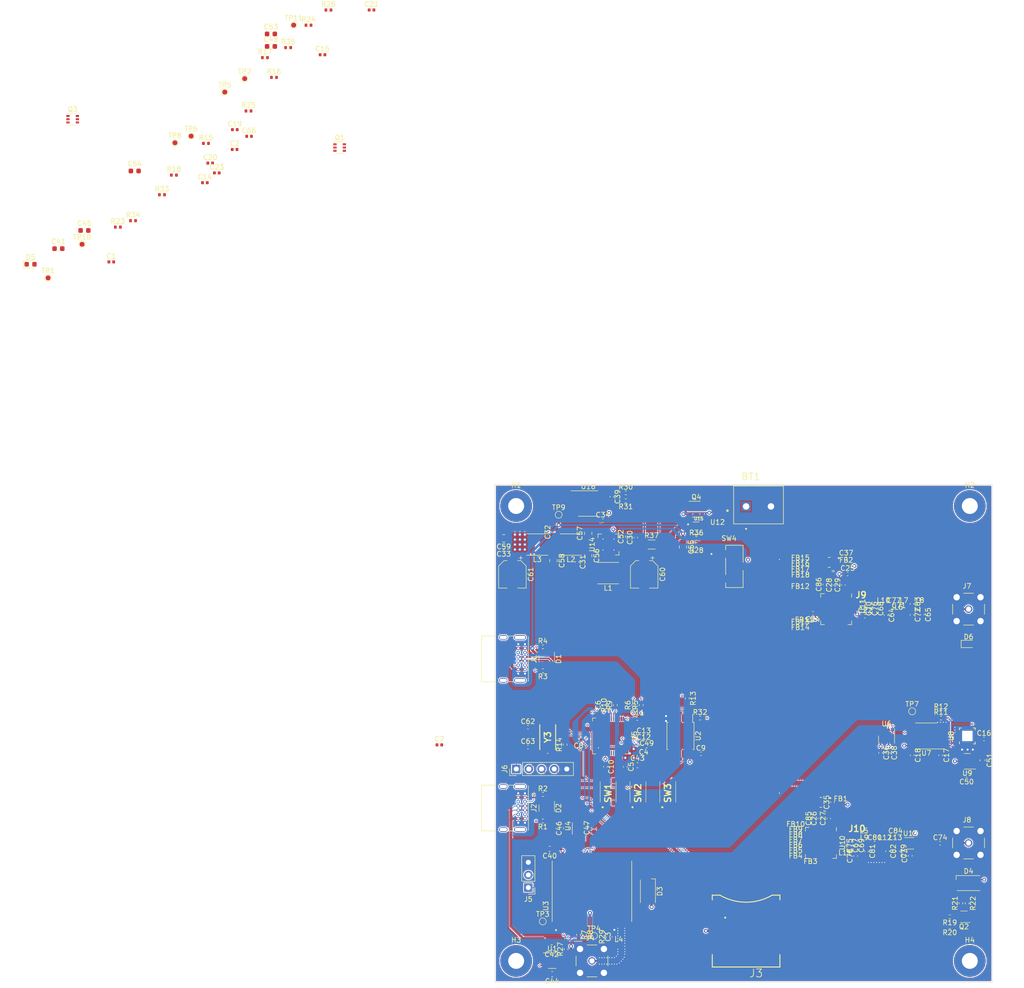
<source format=kicad_pcb>
(kicad_pcb (version 20211014) (generator pcbnew)
  (layers (0 "F.Cu" signal) (1 "In1.Cu" power) (2 "In2.Cu" power) (31 "B.Cu" signal) (34 "B.Paste" user) (35 "F.Paste" user) (36 "B.SilkS" user "B.Silkscreen") (37 "F.SilkS" user "F.Silkscreen") (38 "B.Mask" user) (39 "F.Mask" user) (44 "Edge.Cuts" user))
  (net 0 "")
  (net 1 "Net-(BT1-Pad1)")
  (net 2 "GND")
  (net 3 "+3V3")
  (net 4 "Net-(C3-Pad1)")
  (net 5 "+1V1")
  (net 6 "Net-(C15-Pad1)")
  (net 7 "+1V8")
  (net 8 "Net-(C26-Pad1)")
  (net 9 "Net-(C27-Pad1)")
  (net 10 "Net-(C28-Pad1)")
  (net 11 "Net-(C29-Pad1)")
  (net 12 "+SYS")
  (net 13 "Net-(C31-Pad1)")
  (net 14 "Net-(C32-Pad1)")
  (net 15 "Net-(C35-Pad1)")
  (net 16 "Net-(C37-Pad1)")
  (net 17 "Net-(C39-Pad1)")
  (net 18 "Net-(C39-Pad2)")
  (net 19 "Net-(C42-Pad2)")
  (net 20 "Net-(C44-Pad1)")
  (net 21 "Net-(C47-Pad1)")
  (net 22 "Net-(C53-Pad1)")
  (net 23 "/USB_VBUS")
  (net 24 "Net-(C62-Pad2)")
  (net 25 "Net-(C63-Pad2)")
  (net 26 "Net-(C64-Pad1)")
  (net 27 "Net-(C65-Pad1)")
  (net 28 "Net-(C66-Pad1)")
  (net 29 "Net-(C67-Pad1)")
  (net 30 "Net-(C68-Pad1)")
  (net 31 "Net-(C71-Pad1)")
  (net 32 "Net-(C72-Pad1)")
  (net 33 "Net-(C73-Pad1)")
  (net 34 "Net-(C73-Pad2)")
  (net 35 "Net-(C74-Pad1)")
  (net 36 "Net-(C74-Pad2)")
  (net 37 "Net-(C77-Pad2)")
  (net 38 "Net-(C79-Pad1)")
  (net 39 "Net-(C80-Pad1)")
  (net 40 "Net-(C80-Pad2)")
  (net 41 "Net-(C82-Pad1)")
  (net 42 "Net-(C85-Pad1)")
  (net 43 "Net-(C85-Pad2)")
  (net 44 "Net-(C86-Pad1)")
  (net 45 "Net-(C86-Pad2)")
  (net 46 "Net-(D1-Pad3)")
  (net 47 "Net-(D1-Pad4)")
  (net 48 "Net-(D2-Pad3)")
  (net 49 "Net-(D2-Pad4)")
  (net 50 "Net-(D3-Pad3)")
  (net 51 "Net-(D3-Pad4)")
  (net 52 "Net-(D4-Pad3)")
  (net 53 "Net-(D4-Pad4)")
  (net 54 "Net-(D5-Pad1)")
  (net 55 "Net-(D6-Pad1)")
  (net 56 "/RF_SCK")
  (net 57 "Net-(FB3-Pad2)")
  (net 58 "/RF_MISO")
  (net 59 "Net-(FB4-Pad2)")
  (net 60 "/RF_MOSI")
  (net 61 "Net-(FB5-Pad2)")
  (net 62 "/UHF_NSS")
  (net 63 "Net-(FB6-Pad2)")
  (net 64 "/UHF_RESET")
  (net 65 "Net-(FB7-Pad2)")
  (net 66 "/UHF_DIO0")
  (net 67 "Net-(FB8-Pad2)")
  (net 68 "/UHF_DIO1")
  (net 69 "Net-(FB9-Pad2)")
  (net 70 "/UHF_DIO2")
  (net 71 "Net-(FB10-Pad2)")
  (net 72 "Net-(FB11-Pad2)")
  (net 73 "Net-(FB12-Pad2)")
  (net 74 "Net-(FB13-Pad2)")
  (net 75 "/VHF_NSS")
  (net 76 "Net-(FB14-Pad2)")
  (net 77 "/VHF_RESET")
  (net 78 "Net-(FB15-Pad2)")
  (net 79 "/VHF_DIO0")
  (net 80 "Net-(FB16-Pad2)")
  (net 81 "/VHF_DIO1")
  (net 82 "Net-(FB17-Pad2)")
  (net 83 "/VHF_DIO2")
  (net 84 "Net-(FB18-Pad2)")
  (net 89 "Net-(J1-PadA5)")
  (net 91 "Net-(J1-PadB5)")
  (net 94 "Net-(J2-PadA5)")
  (net 96 "Net-(J2-PadB5)")
  (net 100 "/SD_CS")
  (net 101 "/SD_MOSI")
  (net 102 "/SD_SCK")
  (net 103 "/SD_MISO")
  (net 105 "Net-(J4-Pad1)")
  (net 106 "Net-(J5-Pad1)")
  (net 107 "Net-(J5-Pad2)")
  (net 108 "Net-(J6-Pad1)")
  (net 109 "Net-(J6-Pad2)")
  (net 110 "/MCU_BOOT")
  (net 111 "/MCU_RESET")
  (net 112 "Net-(L1-Pad1)")
  (net 113 "Net-(L1-Pad2)")
  (net 114 "Net-(L5-Pad1)")
  (net 115 "Net-(L11-Pad1)")
  (net 116 "Net-(Q1-Pad2)")
  (net 117 "Net-(Q1-Pad3)")
  (net 118 "Net-(Q1-Pad5)")
  (net 119 "Net-(Q1-Pad6)")
  (net 120 "Net-(Q2-Pad2)")
  (net 121 "Net-(Q2-Pad3)")
  (net 122 "Net-(Q2-Pad5)")
  (net 123 "Net-(Q2-Pad6)")
  (net 124 "Net-(Q3-Pad2)")
  (net 125 "Net-(Q3-Pad3)")
  (net 126 "Net-(Q3-Pad5)")
  (net 127 "Net-(Q3-Pad6)")
  (net 128 "Net-(Q4-Pad1)")
  (net 129 "Net-(Q4-Pad3)")
  (net 130 "Net-(R5-Pad1)")
  (net 131 "Net-(R6-Pad1)")
  (net 132 "Net-(R7-Pad1)")
  (net 133 "Net-(R8-Pad1)")
  (net 134 "/BME_SDA")
  (net 135 "/BME_SCL")
  (net 136 "Net-(R11-Pad1)")
  (net 137 "Net-(R12-Pad1)")
  (net 138 "Net-(R13-Pad2)")
  (net 139 "Net-(R14-Pad2)")
  (net 140 "/GNSS_SRED")
  (net 141 "/GNSS_SGRN")
  (net 142 "/UHF_SRED")
  (net 143 "/UHF_SGRN")
  (net 144 "/VHF_SGRN")
  (net 145 "/MCU_HB")
  (net 146 "Net-(R28-Pad2)")
  (net 147 "Net-(R29-Pad2)")
  (net 148 "Net-(R30-Pad2)")
  (net 149 "Net-(R34-Pad1)")
  (net 150 "Net-(R35-Pad2)")
  (net 151 "Net-(SW3-Pad2)")
  (net 152 "Net-(SW4-Pad2)")
  (net 154 "Net-(TP3-Pad1)")
  (net 155 "Net-(TP4-Pad1)")
  (net 157 "Net-(U2-Pad2)")
  (net 158 "Net-(U2-Pad3)")
  (net 159 "Net-(U2-Pad5)")
  (net 160 "Net-(U2-Pad6)")
  (net 161 "Net-(U2-Pad7)")
  (net 163 "/GNSS_TP")
  (net 164 "/GNSS_TXR")
  (net 169 "/IMU_INT")
  (net 170 "/SMPS_MODE")
  (net 171 "Net-(U7-Pad4)")
  (net 194 "Net-(U10-Pad20)")
  (footprint "Capacitor_SMD:C_0402_1005Metric" (layer "F.Cu") (at 98.375 39.85)
    (fp_text reference "C37")
    (fp_text value "0.1u")
  )
  (footprint "Capacitor_SMD:C_0402_1005Metric" (layer "F.Cu") (at 107.965 49.4)
    (fp_text reference "C77")
    (fp_text value "100p")
  )
  (footprint "Capacitor_SMD:C_0402_1005Metric" (layer "F.Cu") (at 98.675 42.925)
    (fp_text reference "C25")
    (fp_text value "0.1u")
  )
  (footprint "Capacitor_SMD:C_0402_1005Metric" (layer "F.Cu") (at 96.115 45.15 90)
    (fp_text reference "C28")
    (fp_text value "0.1u")
  )
  (footprint "Capacitor_SMD:C_0402_1005Metric" (layer "F.Cu") (at -24.59 -46.45)
    (fp_text reference "C19")
    (fp_text value "0.1u")
  )
  (footprint "Capacitor_SMD:C_0402_1005Metric" (layer "F.Cu") (at 111.615 48.95 -90)
    (fp_text reference "C83")
    (fp_text value "4.7p")
  )
  (footprint "TestPoint:TestPoint_Pad_D1.0mm" (layer "F.Cu") (at -55.31 -23.39)
    (fp_text reference "TP10")
    (fp_text value "VSYS")
  )
  (footprint "Resistor_SMD:R_0402_1005Metric" (layer "F.Cu") (at 50.85 69.3 90)
    (fp_text reference "R10")
    (fp_text value "2.2K")
  )
  (footprint "Resistor_SMD:R_0402_1005Metric" (layer "F.Cu") (at -5.76 -70.51)
    (fp_text reference "R26")
    (fp_text value "220")
  )
  (footprint "Capacitor_SMD:C_0402_1005Metric" (layer "F.Cu") (at 34.37 77.75)
    (fp_text reference "C63")
    (fp_text value "27p")
  )
  (footprint "Package_DFN_QFN:QFN-28-1EP_6x6mm_P0.65mm_EP4.8x4.8mm" (layer "F.Cu") (at 93.3 97 -90)
    (fp_text reference "U10")
    (fp_text value "SX1276")
  )
  (footprint "Package_TO_SOT_SMD:SOT-143" (layer "F.Cu") (at 38.15 60 -90)
    (fp_text reference "D1")
    (fp_text value "SP0503BAHT")
  )
  (footprint "Capacitor_SMD:C_0402_1005Metric" (layer "F.Cu") (at 97.815 45.15 90)
    (fp_text reference "C29")
    (fp_text value "0.1u")
  )
  (footprint "Resistor_SMD:R_0402_1005Metric" (layer "F.Cu") (at 54.05 28.2 180)
    (fp_text reference "R31")
    (fp_text value "22")
  )
  (footprint "Resistor_SMD:R_0402_1005Metric" (layer "F.Cu") (at -48.11 -26.85)
    (fp_text reference "R23")
    (fp_text value "220")
  )
  (footprint "Inductor_SMD:L_Coilcraft_XxL4020" (layer "F.Cu") (at 36.25 37 180)
    (fp_text reference "L3")
    (fp_text value "1u")
  )
  (footprint "TestPoint:TestPoint_Pad_D1.0mm" (layer "F.Cu") (at -33.37 -45.15)
    (fp_text reference "TP6")
    (fp_text value "VCORE")
  )
  (footprint "Capacitor_SMD:C_0402_1005Metric" (layer "F.Cu") (at 56.05 35.6 90)
    (fp_text reference "C30")
    (fp_text value "0.1u")
  )
  (footprint "Inductor_SMD:L_0402_1005Metric" (layer "F.Cu") (at 89.15 51.4)
    (fp_text reference "FB11")
    (fp_text value "FerriteBead_Small")
  )
  (footprint "Resistor_SMD:R_0402_1005Metric" (layer "F.Cu") (at 117.45 71.9)
    (fp_text reference "R11")
    (fp_text value "2.2K")
  )
  (footprint "Inductor_SMD:L_0402_1005Metric" (layer "F.Cu") (at 102 97.1)
    (fp_text reference "L9")
    (fp_text value "33n")
  )
  (footprint "Inductor_SMD:L_0402_1005Metric" (layer "F.Cu") (at 89.165 40.825)
    (fp_text reference "FB15")
    (fp_text value "FerriteBead_Small")
  )
  (footprint "Capacitor_SMD:C_0402_1005Metric" (layer "F.Cu") (at -6.95 -61.52)
    (fp_text reference "C15")
    (fp_text value "0.1u")
  )
  (footprint "Package_DFN_QFN:QFN-56-1EP_7x7mm_P0.4mm_EP3.2x3.2mm" (layer "F.Cu") (at 50.98 75.5 -90)
    (fp_text reference "U5")
    (fp_text value "RP2040")
  )
  (footprint "HABParts:SOTFL50P160X60-8N" (layer "F.Cu") (at 68.18 33.7)
    (fp_text reference "U15")
    (fp_text value "TPS2116DRLR")
  )
  (footprint "Capacitor_SMD:C_0402_1005Metric" (layer "F.Cu") (at 100.3 99.65 90)
    (fp_text reference "C78")
    (fp_text value "3.3p")
  )
  (footprint "Capacitor_SMD:C_0402_1005Metric" (layer "F.Cu") (at 97.9 97.55 -90)
    (fp_text reference "C75")
    (fp_text value "100p")
  )
  (footprint "Capacitor_SMD:C_0603_1608Metric" (layer "F.Cu") (at -44.72 -38.14)
    (fp_text reference "C54")
    (fp_text value "1u")
  )
  (footprint "Capacitor_SMD:C_0402_1005Metric" (layer "F.Cu") (at 69.15 79.1)
    (fp_text reference "C9")
    (fp_text value "0.1u")
  )
  (footprint "Resistor_SMD:R_0402_1005Metric" (layer "F.Cu") (at 37.375 92.6 180)
    (fp_text reference "R1")
    (fp_text value "5.1K")
  )
  (footprint "Capacitor_SMD:C_0402_1005Metric" (layer "F.Cu") (at 49.65 69.3 90)
    (fp_text reference "C6")
    (fp_text value "0.1u")
  )
  (footprint "LED_SMD:LED_RGB_Wuerth-PLCC4_3.2x2.8mm_150141M173100" (layer "F.Cu") (at 58.5 106.75 -90)
    (fp_text reference "D3")
    (fp_text value "GNSS_STATUS")
  )
  (footprint "Resistor_SMD:R_0402_1005Metric" (layer "F.Cu") (at -16.71 -56.96)
    (fp_text reference "R16")
    (fp_text value "220")
  )
  (footprint "Inductor_SMD:L_0402_1005Metric" (layer "F.Cu") (at 88.21875 97.55)
    (fp_text reference "FB7")
    (fp_text value "FerriteBead_Small")
  )
  (footprint "Capacitor_SMD:C_0402_1005Metric" (layer "F.Cu") (at 106.7 98.7 -90)
    (fp_text reference "C82")
    (fp_text value "8.2p")
  )
  (footprint "Capacitor_SMD:C_0402_1005Metric" (layer "F.Cu") (at 34.37 73.75)
    (fp_text reference "C62")
    (fp_text value "27p")
  )
  (footprint "Resistor_SMD:R_0402_1005Metric" (layer "F.Cu") (at -13.86 -62.96)
    (fp_text reference "R35")
    (fp_text value "680")
  )
  (footprint "Capacitor_SMD:C_0402_1005Metric" (layer "F.Cu") (at 29.5 37.75 180)
    (fp_text reference "C33")
    (fp_text value "0.1u")
  )
  (footprint "Package_TO_SOT_SMD:SOT-363_SC-70-6" (layer "F.Cu") (at 122.075 111.875 180)
    (fp_text reference "Q2")
    (fp_text value "SSM6N7002KFU")
  )
  (footprint "Capacitor_SMD:C_0805_2012Metric" (layer "F.Cu") (at 46.5 34.75 90)
    (fp_text reference "C57")
    (fp_text value "22u")
  )
  (footprint "Inductor_SMD:L_0402_1005Metric" (layer "F.Cu") (at 89.15 43.125)
    (fp_text reference "FB17")
    (fp_text value "FerriteBead_Small")
  )
  (footprint "Package_SO:TSSOP-14_4.4x5mm_P0.65mm" (layer "F.Cu") (at 114.5 75.5 180)
    (fp_text reference "U7")
    (fp_text value "TXS0104E")
  )
  (footprint "Resistor_SMD:R_0402_1005Metric" (layer "F.Cu") (at 42.05 118.4 90)
    (fp_text reference "R27")
    (fp_text value "100K")
  )
  (footprint "Resistor_SMD:R_0402_1005Metric" (layer "F.Cu") (at 37.375 57.575)
    (fp_text reference "R4")
    (fp_text value "5.1K")
  )
  (footprint "Capacitor_SMD:C_0402_1005Metric" (layer "F.Cu") (at 106.365 51.2 -90)
    (fp_text reference "C64")
    (fp_text value "27p")
  )
  (footprint "Capacitor_SMD:C_0805_2012Metric" (layer "F.Cu") (at 39.5 40.25 -90)
    (fp_text reference "C58")
    (fp_text value "22u")
  )
  (footprint "Inductor_SMD:L_0402_1005Metric" (layer "F.Cu") (at 89.165 41.975)
    (fp_text reference "FB16")
    (fp_text value "FerriteBead_Small")
  )
  (footprint "TestPoint:TestPoint_Pad_D1.0mm" (layer "F.Cu") (at 111.65 70.55)
    (fp_text reference "TP7")
    (fp_text value "VIMU")
  )
  (footprint "Capacitor_SMD:C_0402_1005Metric" (layer "F.Cu") (at 57.65 76.9)
    (fp_text reference "C12")
    (fp_text value "0.1u")
  )
  (footprint "Resistor_SMD:R_0402_1005Metric" (layer "F.Cu") (at 50.45 115.9 90)
    (fp_text reference "R29")
    (fp_text value "22")
  )
  (footprint "HABParts:445C25D12M00000" (layer "F.Cu") (at 38.35 75.75 90)
    (fp_text reference "Y3")
    (fp_text value "12.000MHz" hide)
  )
  (footprint "Capacitor_SMD:C_0402_1005Metric" (layer "F.Cu") (at 117.28125 97.1)
    (fp_text reference "C74")
    (fp_text value "47p")
  )
  (footprint "Capacitor_SMD:C_0402_1005Metric" (layer "F.Cu") (at -28.21 -37.75)
    (fp_text reference "C23")
    (fp_text value "0.1u")
  )
  (footprint "Resistor_SMD:R_1206_3216Metric" (layer "F.Cu") (at 59.25 37)
    (fp_text reference "R37")
    (fp_text value "27m")
  )
  (footprint "Package_DFN_QFN:QFN-20-1EP_4x4mm_P0.5mm_EP2.7x2.7mm_ThermalVias" (layer "F.Cu") (at 50.575 37 90)
    (fp_text reference "U14")
    (fp_text value "ISL91127IR")
  )
  (footprint "Resistor_SMD:R_0402_1005Metric" (layer "F.Cu") (at 66.425 67.95 -90)
    (fp_text reference "R13")
    (fp_text value "1K")
  )
  (footprint "Connector_PinHeader_2.54mm:PinHeader_1x05_P2.54mm_Vertical" (layer "F.Cu") (at 32.025 82.15 90)
    (fp_text reference "J6")
    (fp_text value "DEBUG")
  )
  (footprint "Capacitor_SMD:C_0603_1608Metric" (layer "F.Cu") (at -17.32 -65.7)
    (fp_text reference "C53")
    (fp_text value "1u")
  )
  (footprint "Inductor_SMD:L_0402_1005Metric" (layer "F.Cu") (at 89.15 52.55)
    (fp_text reference "FB12")
    (fp_text value "FerriteBead_Small")
  )
  (footprint "Package_TO_SOT_SMD:SOT-23-5" (layer "F.Cu") (at 39.25 120.7)
    (fp_text reference "U1")
    (fp_text value "TC2015-3.3VxCTTR")
  )
  (footprint "Inductor_SMD:L_0402_1005Metric" (layer "F.Cu") (at 108.3 97.1)
    (fp_text reference "L13")
    (fp_text value "4.7n")
  )
  (footprint "Capacitor_SMD:C_0402_1005Metric" (layer "F.Cu") (at 49.45 32.2)
    (fp_text reference "C34")
    (fp_text value "0.1u")
  )
  (footprint "Capacitor_SMD:C_0402_1005Metric" (layer "F.Cu") (at 108.965 48.1 180)
    (fp_text reference "C71")
    (fp_text value "47p")
  )
  (footprint "Package_TO_SOT_SMD:SOT-363_SC-70-6" (layer "F.Cu") (at -57.2 -48.55)
    (fp_text reference "Q3")
    (fp_text value "SSM6N7002KFU")
  )
  (footprint "Resistor_SMD:R_0402_1005Metric" (layer "F.Cu") (at -21.84 -50.21)
    (fp_text reference "R25")
    (fp_text value "220")
  )
  (footprint "Inductor_SMD:L_0402_1005Metric" (layer "F.Cu") (at 88.21875 96.5)
    (fp_text reference "FB8")
    (fp_text value "FerriteBead_Small")
  )
  (footprint "Resistor_SMD:R_0402_1005Metric" (layer "F.Cu") (at -39.24 -33.36)
    (fp_text reference "R33")
    (fp_text value "120K")
  )
  (footprint "Inductor_SMD:L_0402_1005Metric" (layer "F.Cu") (at 110.015 49.4)
    (fp_text reference "L7")
    (fp_text value "39n")
  )
  (footprint "Capacitor_SMD:C_0402_1005Metric" (layer "F.Cu") (at 99.1 97.55 -90)
    (fp_text reference "C67")
    (fp_text value "10n")
  )
  (footprint "LED_SMD:LED_RGB_Wuerth-PLCC4_3.2x2.8mm_150141M173100" (layer "F.Cu") (at 123 105.1)
    (fp_text reference "D4")
    (fp_text value "UHF_STATUS")
  )
  (footprint "Capacitor_SMD:C_0402_1005Metric" (layer "F.Cu") (at 91.7 50.85 180)
    (fp_text reference "C24")
    (fp_text value "0.1u")
  )
  (footprint "Capacitor_SMD:C_0402_1005Metric" (layer "F.Cu") (at 56.35 72)
    (fp_text reference "C11")
    (fp_text value "0.1u")
  )
  (footprint "Capacitor_SMD:C_0603_1608Metric" (layer "F.Cu") (at 39.25 123.4 180)
    (fp_text reference "C44")
    (fp_text value "1u")
  )
  (footprint "Sensor_Motion:InvenSense_QFN-24_3x3mm_P0.4mm" (layer "F.Cu") (at 122.75 75.5 90)
    (fp_text reference "U8")
    (fp_text value "ICM-20948")
  )
  (footprint "TestPoint:TestPoint_Pad_D1.0mm" (layer "F.Cu") (at 47.65 115.7)
    (fp_text reference "TP4")
    (fp_text value "GNSS_RESET")
  )
  (footprint "Capacitor_SMD:C_0402_1005Metric" (layer "F.Cu") (at 2.91 -70.52)
    (fp_text reference "C21")
    (fp_text value "0.1u")
  )
  (footprint "Capacitor_SMD:C_0402_1005Metric" (layer "F.Cu") (at 105.3 78.9 -90)
    (fp_text reference "C36")
    (fp_text value "0.1u")
  )
  (footprint "Inductor_SMD:L_0402_1005Metric" (layer "F.Cu") (at 89.15 54.85)
    (fp_text reference "FB14")
    (fp_text value "FerriteBead_Small")
  )
  (footprint "Capacitor_SMD:C_0603_1608Metric" (layer "F.Cu") (at 125.8 80.4 -90)
    (fp_text reference "C51")
    (fp_text value "1u")
  )
  (footprint "Resistor_SMD:R_0402_1005Metric" (layer "F.Cu") (at -45.06 -28.14)
    (fp_text reference "R34")
    (fp_text value "300K")
  )
  (footprint "Capacitor_SMD:C_0402_1005Metric" (layer "F.Cu") (at 53.95 81.7 -90)
    (fp_text reference "C5")
    (fp_text value "0.1u")
  )
  (footprint "Inductor_SMD:L_0402_1005Metric" (layer "F.Cu") (at 88.21875 99.7)
    (fp_text reference "FB5")
    (fp_text value "FerriteBead_Small")
  )
  (footprint "Capacitor_SMD:C_0603_1608Metric" (layer "F.Cu") (at -54.83 -26.17)
    (fp_text reference "C45")
    (fp_text value "1u")
  )
  (footprint "Inductor_SMD:L_0402_1005Metric" (layer "F.Cu") (at 105.865 49.4)
    (fp_text reference "L10")
    (fp_text value "100n")
  )
  (footprint "Capacitor_SMD:C_0402_1005Metric" (layer "F.Cu") (at 117.4 79.4 -90)
    (fp_text reference "C17")
    (fp_text value "0.1u")
  )
  (footprint "HABParts:XCVR_NEO-M9N-00B" (layer "F.Cu") (at 47.25 106.75 90)
    (fp_text reference "U3")
    (fp_text value "NEO-M9N-00B")
  )
  (footprint "Resistor_SMD:R_0402_1005Metric" (layer "F.Cu") (at 45.75 115.5 -90)
    (fp_text reference "R8")
    (fp_text value "27.4")
  )
  (footprint "Inductor_SMD:L_0402_1005Metric" (layer "F.Cu") (at 88.21875 100.8)
    (fp_text reference "FB4")
    (fp_text value "FerriteBead_Small")
  )
  (footprint "Capacitor_SMD:C_0402_1005Metric" (layer "F.Cu") (at 106.9 78.9 -90)
    (fp_text reference "C38")
    (fp_text value "0.1u")
  )
  (footprint "Capacitor_SMD:C_0402_1005Metric" (layer "F.Cu") (at 113.715 51.1 -90)
    (fp_text reference "C65")
    (fp_text value "27p")
  )
  (footprint "Resistor_SMD:R_0402_1005Metric" (layer "F.Cu") (at 57.15 69.3 90)
    (fp_text reference "R5")
    (fp_text value "27.4")
  )
  (footprint "Inductor_SMD:L_0402_1005Metric" (layer "F.Cu") (at 89.15 53.7)
    (fp_text reference "FB13")
    (fp_text value "FerriteBead_Small")
  )
  (footprint "Capacitor_SMD:C_0402_1005Metric" (layer "F.Cu") (at 94.86875 92.1 90)
    (fp_text reference "C27")
    (fp_text value "0.1u")
  )
  (footprint "Package_TO_SOT_SMD:SOT-23" (layer "F.Cu") (at 122.75 80.6 180)
    (fp_text reference "U9")
    (fp_text value "AP2138N-1.8")
  )
  (footprint "Connector_USB:USB_C_Receptacle_GCT_USB4085" (layer "F.Cu") (at 33.775 57.025 -90)
    (fp_text reference "J1")
    (fp_text value "USB_C_MCU")
  )
  (footprint "Connector_USB:USB_C_Receptacle_GCT_USB4085" (layer "F.Cu") (at 33.775 87.025 -90)
    (fp_text reference "J2")
    (fp_text value "USB_C_GNSS")
  )
  (footprint "LED_SMD:LED_0603_1608Metric" (layer "F.Cu") (at -65.67 -19.37)
    (fp_text reference "D5")
    (fp_text value "MCU_HEARTBEAT")
  )
  (footprint "Package_LGA:Bosch_LGA-8_3x3mm_P0.8mm_ClockwisePinNumbering" (layer "F.Cu") (at 106.5 75.5)
    (fp_text reference "U6")
    (fp_text value "BME680")
  )
  (footprint "Capacitor_SMD:C_0402_1005Metric" (layer "F.Cu") (at 102.965 49.9 -90)
    (fp_text reference "C76")
    (fp_text value "100p")
  )
  (footprint "TestPoint:TestPoint_Pad_D1.0mm" (layer "F.Cu") (at -26.61 -54)
    (fp_text reference "TP5")
    (fp_text value "VRTC")
  )
  (footprint "Capacitor_SMD:C_0402_1005Metric" (layer "F.Cu") (at 39.5 34.5 90)
    (fp_text reference "C32")
    (fp_text value "0.1u")
  )
  (footprint "TestPoint:TestPoint_Pad_D1.0mm" (layer "F.Cu") (at -22.6 -56.71)
    (fp_text reference "TP2")
    (fp_text value "VUSB_GNSS")
  )
  (footprint "HABParts:SW_JS102011SCQN" (layer "F.Cu") (at 75.9 41.4)
    (fp_text reference "SW4")
    (fp_text value "Power")
  )
  (footprint "HABParts:MP5016GQH-Z" (layer "F.Cu") (at 72.5 29.5 180)
    (fp_text reference "U12")
    (fp_text value "MP5016GQH-Z" hide)
  )
  (footprint "Inductor_SMD:L_0402_1005Metric" (layer "F.Cu") (at 101.95 95.75)
    (fp_text reference "L5")
    (fp_text value "2.2n")
  )
  (footprint "Resistor_SMD:R_0402_1005Metric" (layer "F.Cu") (at 68.25 37 180)
    (fp_text reference "R28")
    (fp_text value "100k")
  )
  (footprint "MountingHole:MountingHole_3.2mm_M3_Pad" (layer "F.Cu") (at 123.25 120.75)
    (fp_text reference "H4")
    (fp_text value "MountingHole_Pad")
  )
  (footprint "HABParts:PTS815SJK250SMTRLFS" (layer "F.Cu") (at 62.5 86.75 90)
    (fp_text reference "SW3")
    (fp_text value "USER_BUTTON" hide)
  )
  (footprint "Inductor_SMD:L_0402_1005Metric" (layer "F.Cu") (at 88.21875 94.4)
    (fp_text reference "FB10")
    (fp_text value "FerriteBead_Small")
  )
  (footprint "Capacitor_SMD:C_0402_1005Metric" (layer "F.Cu") (at 16.55 77.3)
    (fp_text reference "C7")
    (fp_text value "0.1u")
  )
  (footprint "TestPoint:TestPoint_Pad_D1.0mm" (layer "F.Cu") (at -62.14 -16.63)
    (fp_text reference "TP1")
    (fp_text value "GND")
  )
  (footprint "Inductor_SMD:L_0402_1005Metric" (layer "F.Cu") (at 91.2 101.9)
    (fp_text reference "FB3")
    (fp_text value "FerriteBead_Small")
  )
  (footprint "Connector_PinHeader_2.54mm:PinHeader_1x03_P2.54mm_Vertical" (layer "F.Cu") (at 34.45 106 180)
    (fp_text reference "J5")
    (fp_text value "GNSS_UART")
  )
  (footprint "Capacitor_SMD:C_0402_1005Metric" (layer "F.Cu") (at 111.3 99.6 90)
    (fp_text reference "C73")
    (fp_text value "47p")
  )
  (footprint "HABParts:GCT_MEM2067-02-180-00-A_REVB" (layer "F.Cu") (at 78.25 114.75 180)
    (fp_text reference "J3")
    (fp_text value "MEM2067-02-180-00-A_REVB")
  )
  (footprint "Resistor_SMD:R_0402_1005Metric" (layer "F.Cu") (at 37.375 62.375 180)
    (fp_text reference "R3")
    (fp_text value "5.1K")
  )
  (footprint "Resistor_SMD:R_0402_1005Metric" (layer "F.Cu") (at -30.39 -43.69)
    (fp_text reference "R15")
    (fp_text value "220")
  )
  (footprint "HABParts:PTS815SJK250SMTRLFS" (layer "F.Cu") (at 56.5 86.75 90)
    (fp_text reference "SW2")
    (fp_text value "BOOT" hide)
  )
  (footprint "Resistor_SMD:R_0402_1005Metric" (layer "F.Cu") (at 54.05 26.6)
    (fp_text reference "R30")
    (fp_text value "22")
  )
  (footprint "Inductor_SMD:L_0402_1005Metric" (layer "F.Cu") (at 88.21875 95.45)
    (fp_text reference "FB9")
    (fp_text value "FerriteBead_Small")
  )
  (footprint "Inductor_SMD:L_0402_1005Metric" (layer "F.Cu") (at 98.15 100.15)
    (fp_text reference "L11")
    (fp_text value "10n")
  )
  (footprint "Inductor_SMD:L_0402_1005Metric" (layer "F.Cu") (at 88.21875 98.6)
    (fp_text reference "FB6")
    (fp_text value "FB")
  )
  (footprint "Capacitor_SMD:C_0402_1005Metric" (layer "F.Cu") (at 100.3 97.55 -90)
    (fp_text reference "C69")
    (fp_text value "47p")
  )
  (footprint "Capacitor_SMD:C_0402_1005Metric" (layer "F.Cu") (at 104.1 97.1)
    (fp_text reference "C80")
    (fp_text value "22p")
  )
  (footprint "Package_DFN_QFN:QFN-28-1EP_6x6mm_P0.65mm_EP4.8x4.8mm" (layer "F.Cu") (at 96.365 50 -90)
    (fp_text reference "U11")
    (fp_text value "SX1276")
  )
  (footprint "Package_TO_SOT_SMD:SOT-363_SC-70-6" (layer "F.Cu") (at -3.5 -42.85)
    (fp_text reference "Q1")
    (fp_text value "SSM6N7002KFU")
  )
  (footprint "Capacitor_SMD:C_0603_1608Metric" (layer "F.Cu") (at 54.5 35.4 90)
    (fp_text reference "C52")
    (fp_text value "1u")
  )
  (footprint "Inductor_SMD:L_0402_1005Metric" (layer "F.Cu") (at 113.215 49.4)
    (fp_text reference "L8")
    (fp_text value "39n")
  )
  (footprint "Capacitor_SMD:C_0402_1005Metric" (layer "F.Cu") (at -30.61 -35.78)
    (fp_text reference "C14")
    (fp_text value "0.1u")
  )
  (footprint "HABParts:PTS815SJK250SMTRLFS" (layer "F.Cu") (at 50.5 86.75 90)
    (fp_text reference "SW1")
    (fp_text value "RESET" hide)
  )
  (footprint "Capacitor_SMD:C_0402_1005Metric" (layer "F.Cu") (at 102.5 98.7 -90)
    (fp_text reference "C81")
    (fp_text value "8.2p")
  )
  (footprint "Capacitor_SMD:C_0402_1005Metric" (layer "F.Cu") (at 126.1 76.1)
    (fp_text reference "C16")
    (fp_text value "0.1u")
  )
  (footprint "Resistor_SMD:R_0402_1005Metric" (layer "F.Cu") (at 51.95 69.3 90)
    (fp_text reference "R9")
    (fp_text value "2.2K")
  )
  (footprint "Resistor_SMD:R_0402_1005Metric" (layer "F.Cu") (at 44.55 115.5 -90)
    (fp_text reference "R7")
    (fp_text value "27.4")
  )
  (footprint "Resistor_SMD:R_0402_1005Metric" (layer "F.Cu") (at 69 71.9)
    (fp_text reference "R32")
    (fp_text value "DNF")
  )
  (footprint "Capacitor_SMD:C_0402_1005Metric" (layer "F.Cu") (at 44.55 76.3 180)
    (fp_text reference "C8")
    (fp_text value "0.1u")
  )
  (footprint "Package_TO_SOT_SMD:SOT-363_SC-70-6" (layer "F.Cu") (at 111.3 97.1)
    (fp_text reference "U13")
    (fp_text value "PE42421")
  )
  (footprint "HABParts:LPRS_SMA_CONNECTOR" (layer "F.Cu") (at 123 97.025)
    (fp_text reference "J8")
    (fp_text value "UHF Out")
  )
  (footprint "Capacitor_SMD:C_0402_1005Metric" (layer "F.Cu") (at 102.15875 51.4)
    (fp_text reference "C22")
    (fp_text value "0.1u")
  )
  (footprint "Capacitor_SMD:C_0603_1608Metric" (layer "F.Cu") (at 56.4 81.4)
    (fp_text reference "C43")
    (fp_text value "1u")
  )
  (footprint "Capacitor_SMD:C_0603_1608Metric" (layer "F.Cu") (at 122.6 83.3 180)
    (fp_text reference "C50")
    (fp_text value "1u")
  )
  (footprint "HABParts:LPRS_SMA_CONNECTOR" (layer "F.Cu") (at 47.25 120.75)
    (fp_text reference "J4")
    (fp_text value "GPS In")
  )
  (footprint "Capacitor_SMD:CP_Elec_5x5.3" (layer "F.Cu") (at 31.25 43 -90)
    (fp_text reference "C61")
    (fp_text value "47u")
  )
  (footprint "Resistor_SMD:R_0402_1005Metric" (layer "F.Cu") (at -36.84 -37.31)
    (fp_text reference "R18")
    (fp_text value "220")
  )
  (footprint "Capacitor_SMD:C_0402_1005Metric" (layer "F.Cu") (at 111.615 51.15 -90)
    (fp_text reference "C72")
    (fp_text value "47p")
  )
  (footprint "Capacitor_SMD:C_0603_1608Metric" (layer "F.Cu") (at 47.65 94 90)
    (fp_text reference "C47")
    (fp_text value "1u")
  )
  (footprint "Capacitor_SMD:C_0402_1005Metric" (layer "F.Cu") (at 111.65 79.4 -90)
    (fp_text reference "C18")
    (fp_text value "0.1u")
  )
  (footprint "Capacitor_SMD:C_0402_1005Metric" (layer "F.Cu") (at 108.3 95.75)
    (fp_text reference "C84")
    (fp_text value "1.5p")
  )
  (footprint "Capacitor_SMD:C_0402_1005Metric" (layer "F.Cu") (at 91.96875 92.1 90)
    (fp_text reference "C85")
    (fp_text value "1n")
  )
  (footprint "Capacitor_SMD:C_0603_1608Metric" (layer "F.Cu") (at 39.15 118 180)
    (fp_text reference "C42")
    (fp_text value "1u")
  )
  (footprint "Capacitor_SMD:C_0402_1005Metric" (layer "F.Cu") (at 93.06875 92.1 90)
    (fp_text reference "C26")
    (fp_text value "0.1u")
  )
  (footprint "HABParts:LPRS_SMA_CONNECTOR" (layer "F.Cu") (at 123 50)
    (fp_text reference "J7")
    (fp_text value "VHF Out")
  )
  (footprint "Capacitor_SMD:C_0603_1608Metric" (layer "F.Cu") (at -60.07 -22.52)
    (fp_text reference "C41")
    (fp_text value "1u")
  )
  (footprint "Inductor_SMD:L_0402_1005Metric" (layer "F.Cu") (at 52.65 117.6)
    (fp_text reference "L4")
    (fp_text value "27n")
  )
  (footprint "Capacitor_SMD:C_0402_1005Metric" (layer "F.Cu") (at 104.165 49.9 -90)
    (fp_text reference "C68")
    (fp_text value "10n")
  )
  (footprint "Capacitor_SMD:C_0805_2012Metric" (layer "F.Cu") (at 65.55 37.5 -90)
    (fp_text reference "C55")
    (fp_text value "22u")
  )
  (footprint "Inductor_SMD:L_0402_1005Metric" (layer "F.Cu") (at 89.165 44.275)
    (fp_text reference "FB18")
    (fp_text value "FerriteBead_Small")
  )
  (footprint "Inductor_SMD:L_Coilcraft_XxL4020" (layer "F.Cu") (at 50.5 42.75 180)
    (fp_text reference "L1")
    (fp_text value "1u")
  )
  (footprint "HABParts:CUI_TB002-500-02BE" (layer "F.Cu") (at 78.25 29.3375)
    (fp_text reference "BT1")
    (fp_text value "Battery")
  )
  (footprint "Capacitor_SMD:C_0402_1005Metric" (layer "F.Cu") (at 49.95 81.7 -90)
    (fp_text reference "C10")
    (fp_text value "0.1u")
  )
  (footprint "Inductor_SMD:L_0402_1005Metric" (layer "F.Cu") (at 98.375 41.3)
    (fp_text reference "FB2")
    (fp_text value "FerriteBead_Small")
  )
  (footprint "Inductor_SMD:L_0402_1005Metric" (layer "F.Cu") (at 97.26875 89.3)
    (fp_text reference "FB1")
    (fp_text value "FerriteBead_Small")
  )
  (footprint "Resistor_SMD:R_0402_1005Metric" (layer "F.Cu") (at -9.77 -67.46)
    (fp_text reference "R24")
    (fp_text value "220")
  )
  (footprint "Resistor_SMD:R_0402_1005Metric" (layer "F.Cu") (at 55.65 69.3 90)
    (fp_text reference "R6")
    (fp_text value "27.4")
  )
  (footprint "Resistor_SMD:R_0402_1005Metric" (layer "F.Cu") (at 119.225 113.875 180)
    (fp_text reference "R20")
    (fp_text value "220")
  )
  (footprint "Package_SO:TSOP-6_1.65x3.05mm_P0.95mm" (layer "F.Cu") (at 68.25 29.9)
    (fp_text reference "Q4")
    (fp_text value "PMN16XNE")
  )
  (footprint "HABParts:OSC_ECS-TXO-25CSMV-320-BM-TR" (layer "F.Cu") (at 93.3 88.85 180)
    (fp_text reference "Y1")
    (fp_text value "ECS-TXO-25CSMV-320-BM-TR")
  )
  (footprint "Capacitor_SMD:C_0402_1005Metric" (layer "F.Cu") (at 101.765 49.9 -90)
    (fp_text reference "C70")
    (fp_text value "47p")
  )
  (footprint "Inductor_SMD:L_Coilcraft_XxL4020" (layer "F.Cu") (at 43 37 180)
    (fp_text reference "L2")
    (fp_text value "1u")
  )
  (footprint "Resistor_SMD:R_0402_1005Metric" (layer "F.Cu") (at 122.725 109.175 -90)
    (fp_text reference "R22")
    (fp_text value "220")
  )
  (footprint "Resistor_SMD:R_0402_1005Metric" (layer "F.Cu") (at 41.85 77.25 90)
    (fp_text reference "R14")
    (fp_text value "1K")
  )
  (footprint "Package_TO_SOT_SMD:SOT-23" (layer "F.Cu") (at 44.85 93.6 90)
    (fp_text reference "U4")
    (fp_text value "AP2138N-2.5")
  )
  (footprint "Capacitor_SMD:C_0805_2012Metric" (layer "F.Cu") (at 46.5 39.25 -90)
    (fp_text reference "C56")
    (fp_text value "22u")
  )
  (footprint "MountingHole:MountingHole_3.2mm_M3_Pad" (layer "F.Cu") (at 32 29.25)
    (fp_text reference "H1")
    (fp_text value "MountingHole_Pad")
  )
  (footprint "Capacitor_SMD:C_0402_1005Metric" (layer "F.Cu") (at 44.25 40.5 -90)
    (fp_text reference "C31")
    (fp_text value "0.1u")
  )
  (footprint "Capacitor_SMD:C_0805_2012Metric" (layer "F.Cu") (at 29.5 35.75 180)
    (fp_text reference "C59")
    (fp_text value "22u")
  )
  (footprint "Capacitor_SMD:C_0402_1005Metric" (layer "F.Cu") (at 57.65 75.6)
    (fp_text reference "C13")
    (fp_text value "0.1u")
  )
  (footprint "Capacitor_SMD:C_0603_1608Metric" (layer "F.Cu") (at 38.75 98.2 180)
    (fp_text reference "C40")
    (fp_text value "1u")
  )
  (footprint "TestPoint:TestPoint_Pad_D1.0mm" (layer "F.Cu") (at -12.75 -67.47)
    (fp_text reference "TP11")
    (fp_text value "VMAIN")
  )
  (footprint "LED_SMD:LED_0603_1608Metric" (layer "F.Cu") (at 123 57)
    (fp_text reference "D6")
    (fp_text value "VHF_TX")
  )
  (footprint "Resistor_SMD:R_0402_1005Metric" (layer "F.Cu") (at 119.225 111.875 180)
    (fp_text reference "R19")
    (fp_text value "220")
  )
  (footprint "Package_SO:SOIC-8_3.9x4.9mm_P1.27mm" (layer "F.Cu") (at 46.5 28.75)
    (fp_text reference "U16")
    (fp_text value "INA219BxD")
  )
  (footprint "Capacitor_SMD:C_0402_1005Metric" (layer "F.Cu") (at 108.8 98.7 -90)
    (fp_text reference "C79")
    (fp_text value "3.3p")
  )
  (footprint "Resistor_SMD:R_0402_1005Metric" (layer "F.Cu") (at 68.25 35.8)
    (fp_text reference "R36")
    (fp_text value "220k")
  )
  (footprint "Capacitor_SMD:C_0402_1005Metric" (layer "F.Cu") (at -49.44 -19.85)
    (fp_text reference "C1")
    (fp_text value "0.1u")
  )
  (footprint "Capacitor_SMD:C_0402_1005Metric" (layer "F.Cu") (at 57.65 79.9)
    (fp_text reference "C4")
    (fp_text value "0.1u")
  )
  (footprint "HABParts:SMS409F" (layer "F.Cu") (at 100.55 47.15)
    (fp_text reference "J9")
    (fp_text value "RFShield_TwoPieces" hide)
  )
  (footprint "HABParts:SMS409F" (layer "F.Cu") (at 100.55 94.15)
    (fp_text reference "J10")
    (fp_text value "RFShield_TwoPieces" hide)
  )
  (footprint "Capacitor_SMD:C_0402_1005Metric" (layer "F.Cu") (at 51.65 115.9 90)
    (fp_text reference "C3")
    (fp_text value "0.1u")
  )
  (footprint "TestPoint:TestPoint_Pad_D1.0mm" (layer "F.Cu") (at -36.63 -43.81)
    (fp_text reference "TP8")
    (fp_text value "VBATT")
  )
  (footprint "Capacitor_SMD:C_0402_1005Metric" (layer "F.Cu") (at 51.25 27.4 -90)
    (fp_text reference "C39")
    (fp_text value "0.1u")
  )
  (footprint "HABParts:OSC_ECS-TXO-25CSMV-320-BM-TR" (layer "F.Cu") (at 94.975 40.575 180)
    (fp_text reference "Y2")
    (fp_text value "ECS-TXO-25CSMV-320-BM-TR")
  )
  (footprint "Capacitor_SMD:C_0603_1608Metric" (layer "F.Cu") (at -17.32 -63.19)
    (fp_text reference "C48")
    (fp_text value "1u")
  )
  (footprint "MountingHole:MountingHole_3.2mm_M3_Pad" (layer "F.Cu") (at 32 120.75)
    (fp_text reference "H3")
    (fp_text value "MountingHole_Pad")
  )
  (footprint "Capacitor_SMD:C_0402_1005Metric" (layer "F.Cu") (at -24.63 -42.47)
    (fp_text reference "C2")
    (fp_text value "0.1u")
  )
  (footprint "Capacitor_SMD:C_0603_1608Metric" (layer "F.Cu") (at 42.05 94.1 90)
    (fp_text reference "C46")
    (fp_text value "1u")
  )
  (footprint "Package_SO:SOIC-8_5.23x5.23mm_P1.27mm" (layer "F.Cu") (at 65.05 75.5 -90)
    (fp_text reference "U2")
    (fp_text value "W25Q128JVS")
  )
  (footprint "Inductor_SMD:L_0402_1005Metric" (layer "F.Cu") (at 106.2 97.1)
    (fp_text reference "L12")
    (fp_text value "5.6n")
  )
  (footprint "Capacitor_SMD:CP_Elec_5x5.3" (layer "F.Cu") (at 57.75 43 -90)
    (fp_text reference "C60")
    (fp_text value "47u")
  )
  (footprint "Resistor_SMD:R_0402_1005Metric" (layer "F.Cu") (at 121.45 109.15 90)
    (fp_text reference "R21")
    (fp_text value "220")
  )
  (footprint "MountingHole:MountingHole_3.2mm_M3_Pad" (layer "F.Cu") (at 123.25 29.25)
    (fp_text reference "H2")
    (fp_text value "MountingHole_Pad")
  )
  (footprint "TestPoint:TestPoint_Pad_D1.0mm" (layer "F.Cu") (at 40.55 31)
    (fp_text reference "TP9")
    (fp_text value "VUSB")
  )
  (footprint "Resistor_SMD:R_0402_1005Metric" (layer "F.Cu") (at -18.53 -60.94)
    (fp_text reference "R17")
    (fp_text value "220")
  )
  (footprint "Resistor_SMD:R_0402_1005Metric" (layer "F.Cu") (at 37.375 87.275)
    (fp_text reference "R2")
    (fp_text value "5.1K")
  )
  (footprint "Inductor_SMD:L_0402_1005Metric" (layer "F.Cu") (at 108.965 50.75)
    (fp_text reference "L6")
    (fp_text value "39n")
  )
  (footprint "Capacitor_SMD:C_0402_1005Metric" (layer "F.Cu") (at 94.05 45.025 90)
    (fp_text reference "C86")
    (fp_text value "1n")
  )
  (footprint "Capacitor_SMD:C_0402_1005Metric" (layer "F.Cu") (at -21.72 -45.11)
    (fp_text reference "C66")
    (fp_text value "39p")
  )
  (footprint "Capacitor_SMD:C_0603_1608Metric" (layer "F.Cu") (at 58.25 78.4)
    (fp_text reference "C49")
    (fp_text value "1u")
  )
  (footprint "Capacitor_SMD:C_0402_1005Metric" (layer "F.Cu") (at -29.54 -39.72)
    (fp_text reference "C20")
    (fp_text value "0.1u")
  )
  (footprint "Capacitor_SMD:C_0402_1005Metric" (layer "F.Cu") (at 95.61875 88.85 90)
    (fp_text reference "C35")
    (fp_text value "0.1u")
  )
  (footprint "TestPoint:TestPoint_Pad_D1.0mm" (layer "F.Cu") (at 37.35 112.8)
    (fp_text reference "TP3")
    (fp_text value "GNSS_SB")
  )
  (footprint "Package_TO_SOT_SMD:SOT-143" (layer "F.Cu") (at 38.15 90 -90)
    (fp_text reference "D2")
    (fp_text value "SP0503BAHT")
  )
  (footprint "Resistor_SMD:R_0402_1005Metric" (layer "F.Cu") (at 117.45 70.75)
    (fp_text reference "R12")
    (fp_text value "2.2K")
  )
  (gr_rect (start 27.75 25) (end 127.75 125) (layer "Edge.Cuts") (width 0.1) (fill none))
  (segment (start 46.75 40.1) (end 46.67 40.02) (width 0.5) (layer "F.Cu") (net 2))
  (via (at 50.75 121.4) (size 0.45) (drill 0.2) (layers "F.Cu" "B.Cu") (net 2))
  (via (at 103.95 100.95) (size 0.45) (drill 0.2) (layers "F.Cu" "B.Cu") (net 2))
  (via (at 52.15 119.8) (size 0.45) (drill 0.2) (layers "F.Cu" "B.Cu") (net 2))
  (via (at 50.75 120.1) (size 0.45) (drill 0.2) (layers "F.Cu" "B.Cu") (net 2))
  (via (at 52.25 121.4) (size 0.45) (drill 0.2) (layers "F.Cu" "B.Cu") (net 2))
  (via (at 53.85 115.7) (size 0.45) (drill 0.2) (layers "F.Cu" "B.Cu") (net 2))
  (via (at 53.85 118.4) (size 0.45) (drill 0.2) (layers "F.Cu" "B.Cu") (net 2))
  (via (at 104.165 48.6) (size 0.45) (drill 0.2) (layers "F.Cu" "B.Cu") (net 2))
  (via (at 49.75 121.4) (size 0.45) (drill 0.2) (layers "F.Cu" "B.Cu") (net 2))
  (via (at 53.85 117.2) (size 0.45) (drill 0.2) (layers "F.Cu" "B.Cu") (net 2))
  (via (at 100.75 96.35) (size 0.45) (drill 0.2) (layers "F.Cu" "B.Cu") (net 2))
  (via (at 62.15 71.5) (size 0.8) (drill 0.4) (layers "F.Cu" "B.Cu") (net 2))
  (via (at 53.85 115.2) (size 0.45) (drill 0.2) (layers "F.Cu" "B.Cu") (net 2))
  (via (at 51.25 121.4) (size 0.45) (drill 0.2) (layers "F.Cu" "B.Cu") (net 2))
  (via (at 52.45 118.4) (size 0.45) (drill 0.2) (layers "F.Cu" "B.Cu") (net 2))
  (via (at 51.75 120.1) (size 0.45) (drill 0.2) (layers "F.Cu" "B.Cu") (net 2))
  (via (at 106.15 100.95) (size 0.45) (drill 0.2) (layers "F.Cu" "B.Cu") (net 2))
  (via (at 120.25 74.8) (size 0.45) (drill 0.2) (layers "F.Cu" "B.Cu") (net 2))
  (via (at 104.5 100.95) (size 0.45) (drill 0.2) (layers "F.Cu" "B.Cu") (net 2))
  (via (at 102.85 100.95) (size 0.45) (drill 0.2) (layers "F.Cu" "B.Cu") (net 2))
  (via (at 121.7 78.25) (size 0.8) (drill 0.4) (layers "F.Cu" "B.Cu") (net 2))
  (via (at 48.55 77.9) (size 0.45) (drill 0.2) (layers "F.Cu" "B.Cu") (net 2))
  (via (at 52.45 114.7) (size 0.45) (drill 0.2) (layers "F.Cu" "B.Cu") (net 2))
  (via (at 49.75 120.1) (size 0.45) (drill 0.2) (layers "F.Cu" "B.Cu") (net 2))
  (via (at 101.765 48.6) (size 0.45) (drill 0.2) (layers "F.Cu" "B.Cu") (net 2))
  (via (at 53.85 117.8) (size 0.45) (drill 0.2) (layers "F.Cu" "B.Cu") (net 2))
  (via (at 116.8 72.75) (size 0.45) (drill 0.2) (layers "F.Cu" "B.Cu") (net 2))
  (via (at 52.45 115.2) (size 0.45) (drill 0.2) (layers "F.Cu" "B.Cu") (net 2))
  (via (at 53.15 120.8) (size 0.45) (drill 0.2) (layers "F.Cu" "B.Cu") (net 2))
  (via (at 50.25 120.1) (size 0.45) (drill 0.2) (layers "F.Cu" "B.Cu") (net 2))
  (via (at 52.45 118.9) (size 0.45) (drill 0.2) (layers "F.Cu" "B.Cu") (net 2))
  (via (at 48.75 121.4) (size 0.45) (drill 0.2) (layers "F.Cu" "B.Cu") (net 2))
  (via (at 123.85 78.25) (size 0.8) (drill 0.4) (layers "F.Cu" "B.Cu") (net 2))
  (via (at 105.365 48.6) (size 0.45) (drill 0.2) (layers "F.Cu" "B.Cu") (net 2))
  (via (at 53.45 120.4) (size 0.45) (drill 0.2) (layers "F.Cu" "B.Cu") (net 2))
  (via (at 53.85 114.7) (size 0.45) (drill 0.2) (layers "F.Cu" "B.Cu") (net 2))
  (via (at 49.25 121.4) (size 0.45) (drill 0.2) (layers "F.Cu" "B.Cu") (net 2))
  (via (at 62.15 72.5) (size 0.8) (drill 0.4) (layers "F.Cu" "B.Cu") (net 2))
  (via (at 48.75 120.1) (size 0.45) (drill 0.2) (layers "F.Cu" "B.Cu") (net 2))
  (via (at 99.65 96.35) (size 0.45) (drill 0.2) (layers "F.Cu" "B.Cu") (net 2))
  (via (at 122.8 78.25) (size 0.8) (drill 0.4) (layers "F.Cu" "B.Cu") (net 2))
  (via (at 98 96.35) (size 0.45) (drill 0.2) (layers "F.Cu" "B.Cu") (net 2))
  (via (at 53.85 118.9) (size 0.45) (drill 0.2) (layers "F.Cu" "B.Cu") (net 2))
  (via (at 53.85 116.7) (size 0.45) (drill 0.2) (layers "F.Cu" "B.Cu") (net 2))
  (via (at 53.75 120) (size 0.45) (drill 0.2) (layers "F.Cu" "B.Cu") (net 2))
  (via (at 52.75 121.2) (size 0.45) (drill 0.2) (layers "F.Cu" "B.Cu") (net 2))
  (via (at 49.25 120.1) (size 0.45) (drill 0.2) (layers "F.Cu" "B.Cu") (net 2))
  (via (at 102.365 48.6) (size 0.45) (drill 0.2) (layers "F.Cu" "B.Cu") (net 2))
  (via (at 120.25 73.8) (size 0.45) (drill 0.2) (layers "F.Cu" "B.Cu") (net 2))
  (via (at 98.55 96.35) (size 0.45) (drill 0.2) (layers "F.Cu" "B.Cu") (net 2))
  (via (at 53.85 116.2) (size 0.45) (drill 0.2) (layers "F.Cu" "B.Cu") (net 2))
  (via (at 97.45 96.35) (size 0.45) (drill 0.2) (layers "F.Cu" "B.Cu") (net 2))
  (via (at 53.85 119.4) (size 0.45) (drill 0.2) (layers "F.Cu" "B.Cu") (net 2))
  (via (at 105.6 100.95) (size 0.45) (drill 0.2) (layers "F.Cu" "B.Cu") (net 2))
  (via (at 52.45 116.2) (size 0.45) (drill 0.2) (layers "F.Cu" "B.Cu") (net 2))
  (via (at 51.75 121.4) (size 0.45) (drill 0.2) (layers "F.Cu" "B.Cu") (net 2))
  (via (at 51.75 114.5) (size 0.8) (drill 0.4) (layers "F.Cu" "B.Cu") (net 2))
  (via (at 100.2 96.35) (size 0.45) (drill 0.2) (layers "F.Cu" "B.Cu") (net 2))
  (via (at 50.25 121.4) (size 0.45) (drill 0.2) (layers "F.Cu" "B.Cu") (net 2))
  (via (at 52.45 115.7) (size 0.45) (drill 0.2) (layers "F.Cu" "B.Cu") (net 2))
  (via (at 52.45 116.7) (size 0.45) (drill 0.2) (layers "F.Cu" "B.Cu") (net 2))
  (via (at 53.85 114.2) (size 0.45) (drill 0.2) (layers "F.Cu" "B.Cu") (net 2))
  (via (at 118.45 72.75) (size 0.45) (drill 0.2) (layers "F.Cu" "B.Cu") (net 2))
  (via (at 105.05 100.95) (size 0.45) (drill 0.2) (layers "F.Cu" "B.Cu") (net 2))
  (via (at 99.1 96.35) (size 0.45) (drill 0.2) (layers "F.Cu" "B.Cu") (net 2))
  (via (at 104.765 48.6) (size 0.45) (drill 0.2) (layers "F.Cu" "B.Cu") (net 2))
  (via (at 102.965 48.6) (size 0.45) (drill 0.2) (layers "F.Cu" "B.Cu") (net 2))
  (via (at 52.45 114.2) (size 0.45) (drill 0.2) (layers "F.Cu" "B.Cu") (net 2))
  (via (at 120.25 74.3) (size 0.45) (drill 0.2) (layers "F.Cu" "B.Cu") (net 2))
  (via (at 117.35 72.75) (size 0.45) (drill 0.2) (layers "F.Cu" "B.Cu") (net 2))
  (via (at 103.565 48.6) (size 0.45) (drill 0.2) (layers "F.Cu" "B.Cu") (net 2))
  (via (at 51.25 120.1) (size 0.45) (drill 0.2) (layers "F.Cu" "B.Cu") (net 2))
  (via (at 52.45 119.4) (size 0.45) (drill 0.2) (layers "F.Cu" "B.Cu") (net 2))
  (via (at 101.165 48.6) (size 0.45) (drill 0.2) (layers "F.Cu" "B.Cu") (net 2))
  (via (at 103.4 100.95) (size 0.45) (drill 0.2) (layers "F.Cu" "B.Cu") (net 2))
  (via (at 117.9 72.75) (size 0.45) (drill 0.2) (layers "F.Cu" "B.Cu") (net 2))
  (segment (start 107.7 76.6875) (end 106.9 76.6875) (width 0.25) (layer "F.Cu") (net 3))
  (segment (start 92.175 51.95) (end 92.175 50.855) (width 0.25) (layer "F.Cu") (net 3))
  (segment (start 59.2 109.85) (end 59.25 109.9) (width 0.5) (layer "F.Cu") (net 3))
  (segment (start 97.015 47.0125) (end 97.015 42.935) (width 0.25) (layer "F.Cu") (net 3))
  (segment (start 78.325 112.125) (end 78.325 113.925) (width 0.5) (layer "F.Cu") (net 3))
  (segment (start 41.35 100.75) (end 41.35 98.6) (width 0.5) (layer "F.Cu") (net 3))
  (segment (start 55.65 81.425) (end 55.65 79.9) (width 0.5) (layer "F.Cu") (net 3))
  (segment (start 53.95 81.22) (end 53.95 79.9) (width 0.5) (layer "F.Cu") (net 3))
  (segment (start 111.65 78.92) (end 111.65 77.4625) (width 0.5) (layer "F.Cu") (net 3))
  (segment (start 40.95 98.2) (end 41.35 98.6) (width 0.5) (layer "F.Cu") (net 3))
  (segment (start 55.65 79.9) (end 57.17 79.9) (width 0.5) (layer "F.Cu") (net 3))
  (segment (start 78.15 114.1) (end 77.55 114.7) (width 0.5) (layer "F.Cu") (net 3))
  (segment (start 53.6425 72) (end 54.35 72) (width 0.125) (layer "F.Cu") (net 3))
  (segment (start 121.8125 80.6) (end 121.8125 83.2875) (width 0.25) (layer "F.Cu") (net 3))
  (segment (start 97.015 42.935) (end 97.025 42.925) (width 0.25) (layer "F.Cu") (net 3))
  (segment (start 46.05 76) (end 46.35 75.7) (width 0.125) (layer "F.Cu") (net 3))
  (segment (start 66.955 79.1) (end 66.955 80.665) (width 0.25) (layer "F.Cu") (net 3))
  (segment (start 48.975 32.195) (end 48.97 32.2) (width 0.5) (layer "F.Cu") (net 3))
  (segment (start 106.9 76.6875) (end 106.9 77.6) (width 0.25) (layer "F.Cu") (net 3))
  (segment (start 124.55 104.4) (end 126.15 104.4) (width 0.25) (layer "F.Cu") (net 3))
  (segment (start 45.03 76.3) (end 45.75 76.3) (width 0.125) (layer "F.Cu") (net 3))
  (segment (start 100 41.3) (end 100.025 41.325) (width 0.25) (layer "F.Cu") (net 3))
  (segment (start 45.75 76.3) (end 46.05 76) (width 0.125) (layer "F.Cu") (net 3))
  (segment (start 105.3 76.6875) (end 105.3 76) (width 0.25) (layer "F.Cu") (net 3))
  (segment (start 69.51 71.9) (end 70.425 71.9) (width 0.125) (layer "F.Cu") (net 3))
  (segment (start 49.65 69.78) (end 49.65 70.7) (width 0.125) (layer "F.Cu") (net 3))
  (segment (start 111.6375 78.9075) (end 111.65 78.92) (width 0.25) (layer "F.Cu") (net 3))
  (segment (start 53.58 72.0625) (end 53.6425 72) (width 0.125) (layer "F.Cu") (net 3))
  (segment (start 77.55 114.7) (end 70.15 114.7) (width 0.5) (layer "F.Cu") (net 3))
  (segment (start 39.525 98.2) (end 40.95 98.2) (width 0.5) (layer "F.Cu") (net 3))
  (segment (start 55.95 76.1) (end 55.15 76.1) (width 0.125) (layer "F.Cu") (net 3))
  (segment (start 121.8125 83.2875) (end 121.825 83.3) (width 0.25) (layer "F.Cu") (net 3))
  (segment (start 98.86 41.3) (end 100 41.3) (width 0.25) (layer "F.Cu") (net 3))
  (segment (start 98.195 42.925) (end 97.025 42.925) (width 0.25) (layer "F.Cu") (net 3))
  (segment (start 54.4175 75.7) (end 54.4175 76.1) (width 0.125) (layer "F.Cu") (net 3))
  (segment (start 68.64 79.1) (end 66.955 79.1) (width 0.25) (layer "F.Cu") (net 3))
  (segment (start 100.75875 51.2) (end 100.95875 51.4) (width 0.36) (layer "F.Cu") (net 3))
  (segment (start 97.75375 89.3) (end 98.66875 89.3) (width 0.36) (layer "F.Cu") (net 3))
  (segment (start 92.175 50.855) (end 92.18 50.85) (width 0.25) (layer "F.Cu") (net 3))
  (segment (start 124.55 104.4) (end 124.55 105.8) (width 0.25) (layer "F.Cu") (net 3))
  (segment (start 121.825 80.6125) (end 121.8125 80.6) (width 0.5) (layer "F.Cu") (net 3))
  (segment (start 66.955 80.665) (end 66.92 80.7) (width 0.25) (layer "F.Cu") (net 3))
  (segment (start 100.60875 51.05) (end 100.75875 51.2) (width 0.36) (layer "F.Cu") (net 3))
  (segment (start 49.98 71.03) (end 49.65 70.7) (width 0.125) (layer "F.Cu") (net 3))
  (segment (start 105.3 76) (end 106.1 75.2) (width 0.25) (layer "F.Cu") (net 3))
  (segment (start 93.3775 51.95) (end 92.175 51.95) (width 0.25) (layer "F.Cu") (net 3))
  (segment (start 49.98 72.0625) (end 49.98 71.03) (width 0.125) (layer "F.Cu") (net 3))
  (segment (start 48.975 30.655) (end 48.975 32.195) (width 0.5) (layer "F.Cu") (net 3))
  (segment (start 111.65 77.4625) (end 111.6375 77.45) (width 0.5) (layer "F.Cu") (net 3))
  (segment (start 111.6375 77.45) (end 110.05 77.45) (width 0.25) (layer "F.Cu") (net 3))
  (segment (start 99.3525 50.65) (end 100.20875 50.65) (width 0.36) (layer "F.Cu") (net 3))
  (segment (start 56.75 76.9) (end 56.2 76.35) (width 0.125) (layer "F.Cu") (net 3))
  (segment (start 38.1125 121.65) (end 36.8 121.65) (width 0.25) (layer "F.Cu") (net 3))
  (segment (start 105.3 78.42) (end 105.3 76.6875) (width 0.25) (layer "F.Cu") (net 3))
  (segment (start 48.975 30.655) (end 50.705 30.655) (width 0.5) (layer "F.Cu") (net 3))
  (segment (start 49.95 80.1) (end 49.95 78.9675) (width 0.125) (layer "F.Cu") (net 3))
  (segment (start 106.1 75.2) (end 106.1 74.3125) (width 0.25) (layer "F.Cu") (net 3))
  (segment (start 100.95875 51.4) (end 101.65875 51.4) (width 0.36) (layer "F.Cu") (net 3))
  (segment (start 55.15 76.1) (end 54.4175 76.1) (width 0.125) (layer "F.Cu") (net 3))
  (segment (start 106.9 77.6) (end 106.9 78.42) (width 0.25) (layer "F.Cu") (net 3))
  (segment (start 112.25 96.45) (end 112.25 95.1) (width 0.25) (layer "F.Cu") (net 3))
  (segment (start 46.35 75.7) (end 47.5425 75.7) (width 0.125) (layer "F.Cu") (net 3))
  (segment (start 49.95 81.22) (end 49.95 80.1) (width 0.125) (layer "F.Cu") (net 3))
  (segment (start 55.87 72) (end 54.35 72) (width 0.125) (layer "F.Cu") (net 3))
  (segment (start 57.17 76.9) (end 56.75 76.9) (width 0.125) (layer "F.Cu") (net 3))
  (segment (start 36.8 121.65) (end 36.75 121.7) (width 0.25) (layer "F.Cu") (net 3))
  (segment (start 100.20875 50.65) (end 100.60875 51.05) (width 0.36) (layer "F.Cu") (net 3))
  (segment (start 56.2 76.35) (end 55.95 76.1) (width 0.125) (layer "F.Cu") (net 3))
  (segment (start 59.2 108.3) (end 59.2 109.85) (width 0.5) (layer "F.Cu") (net 3))
  (segment (start 57.8 108.3) (end 59.2 108.3) (width 0.5) (layer "F.Cu") (net 3))
  (segment (start 49.95 78.9675) (end 49.98 78.9375) (width 0.125) (layer "F.Cu") (net 3))
  (segment (start 78.325 113.925) (end 78.15 114.1) (width 0.5) (layer "F.Cu") (net 3))
  (segment (start 121.8125 80.6) (end 120.25 80.6) (width 0.25) (layer "F.Cu") (net 3))
  (via (at 120.25 80.6) (size 0.8) (drill 0.4) (layers "F.Cu" "B.Cu") (net 3))
  (via (at 97.025 42.925) (size 0.8) (drill 0.4) (layers "F.Cu" "B.Cu") (net 3))
  (via (at 50.705 30.655) (size 0.8) (drill 0.4) (layers "F.Cu" "B.Cu") (net 3))
  (via (at 105.3 77.6) (size 0.8) (drill 0.4) (layers "F.Cu" "B.Cu") (net 3))
  (via (at 46.05 76) (size 0.45) (drill 0.2) (layers "F.Cu" "B.Cu") (net 3))
  (via (at 56.2 76.35) (size 0.45) (drill 0.2) (layers "F.Cu" "B.Cu") (net 3))
  (via (at 66.92 80.7) (size 0.8) (drill 0.4) (layers "F.Cu" "B.Cu") (net 3))
  (via (at 31.75 36) (size 0.8) (drill 0.4) (layers "F.Cu" "B.Cu") (net 3))
  (via (at 92.175 51.95) (size 0.8) (drill 0.4) (layers "F.Cu" "B.Cu") (net 3))
  (via (at 49.65 70.7) (size 0.45) (drill 0.2) (layers "F.Cu" "B.Cu") (net 3))
  (via (at 70.15 114.7) (size 0.8) (drill 0.4) (layers "F.Cu" "B.Cu") (net 3))
  (via (at 55.65 78.1) (size 0.8) (drill 0.4) (layers "F.Cu" "B.Cu") (net 3))
  (via (at 98.66875 89.3) (size 0.8) (drill 0.4) (layers "F.Cu" "B.Cu") (net 3))
  (via (at 32.75 37) (size 0.8) (drill 0.4) (layers "F.Cu" "B.Cu") (net 3))
  (via (at 100.025 41.325) (size 0.8) (drill 0.4) (layers "F.Cu" "B.Cu") (net 3))
  (via (at 31.75 35) (size 0.8) (drill 0.4) (layers "F.Cu" "B.Cu") (net 3))
  (via (at 49.95 80.1) (size 0.8) (drill 0.4) (layers "F.Cu" "B.Cu") (net 3))
  (via (at 59.25 109.9) (size 0.8) (drill 0.4) (layers "F.Cu" "B.Cu") (net 3))
  (via (at 126.15 104.4) (size 0.8) (drill 0.4) (layers "F.Cu" "B.Cu") (net 3))
  (via (at 54.85 79) (size 0.8) (drill 0.4) (layers "F.Cu" "B.Cu") (net 3))
  (via (at 32.75 36) (size 0.8) (drill 0.4) (layers "F.Cu" "B.Cu") (net 3))
  (via (at 112.25 95.1) (size 0.8) (drill 0.4) (layers "F.Cu" "B.Cu") (net 3))
  (via (at 54.35 72) (size 0.45) (drill 0.2) (layers "F.Cu" "B.Cu") (net 3))
  (via (at 36.75 121.7) (size 0.45) (drill 0.2) (layers "F.Cu" "B.Cu") (net 3))
  (via (at 33.75 36) (size 0.8) (drill 0.4) (layers "F.Cu" "B.Cu") (net 3))
  (via (at 110.05 77.45) (size 0.8) (drill 0.4) (layers "F.Cu" "B.Cu") (net 3))
  (via (at 31.75 37) (size 0.8) (drill 0.4) (layers "F.Cu" "B.Cu") (net 3))
  (via (at 106.9 77.6) (size 0.8) (drill 0.4) (layers "F.Cu" "B.Cu") (net 3))
  (via (at 55.65 79.9) (size 0.8) (drill 0.4) (layers "F.Cu" "B.Cu") (net 3))
  (via (at 31.75 38) (size 0.8) (drill 0.4) (layers "F.Cu" "B.Cu") (net 3))
  (via (at 33.75 38) (size 0.8) (drill 0.4) (layers "F.Cu" "B.Cu") (net 3))
  (via (at 32.75 35) (size 0.8) (drill 0.4) (layers "F.Cu" "B.Cu") (net 3))
  (via (at 70.425 71.9) (size 0.45) (drill 0.2) (layers "F.Cu" "B.Cu") (net 3))
  (via (at 100.60875 51.05) (size 0.8) (drill 0.4) (layers "F.Cu" "B.Cu") (net 3))
  (via (at 33.75 37) (size 0.8) (drill 0.4) (layers "F.Cu" "B.Cu") (net 3))
  (via (at 53.95 79.9) (size 0.8) (drill 0.4) (layers "F.Cu" "B.Cu") (net 3))
  (via (at 33.75 35) (size 0.8) (drill 0.4) (layers "F.Cu" "B.Cu") (net 3))
  (via (at 32.75 38) (size 0.8) (drill 0.4) (layers "F.Cu" "B.Cu") (net 3))
  (via (at 41.35 98.6) (size 0.8) (drill 0.4) (layers "F.Cu" "B.Cu") (net 3))
  (segment (start 51.65 117.085) (end 51.65 116.38) (width 0.36) (layer "F.Cu") (net 4))
  (segment (start 51.62 116.41) (end 51.65 116.38) (width 0.36) (layer "F.Cu") (net 4))
  (segment (start 50.45 116.41) (end 51.62 116.41) (width 0.36) (layer "F.Cu") (net 4))
  (segment (start 52.165 117.6) (end 51.65 117.085) (width 0.36) (layer "F.Cu") (net 4))
  (segment (start 55.65 75.6) (end 55.35 75.3) (width 0.125) (layer "F.Cu") (net 5))
  (segment (start 57.475 78.4) (end 56.375 77.3) (width 0.125) (layer "F.Cu") (net 5))
  (segment (start 55.35 75.3) (end 54.4175 75.3) (width 0.125) (layer "F.Cu") (net 5))
  (segment (start 57.17 75.6) (end 55.65 75.6) (width 0.125) (layer "F.Cu") (net 5))
  (segment (start 48.95 76.464029) (end 48.95 77.4) (width 0.125) (layer "F.Cu") (net 5))
  (segment (start 48.585971 76.1) (end 48.95 76.464029) (width 0.125) (layer "F.Cu") (net 5))
  (segment (start 48.95 77.4) (end 49.15 77.6) (width 0.125) (layer "F.Cu") (net 5))
  (segment (start 54.4175 77.3) (end 53.55 77.3) (width 0.125) (layer "F.Cu") (net 5))
  (segment (start 53.25 77.6) (end 53.55 77.3) (width 0.125) (layer "F.Cu") (net 5))
  (segment (start 56.375 77.3) (end 54.4175 77.3) (width 0.125) (layer "F.Cu") (net 5))
  (segment (start 47.5425 76.1) (end 48.585971 76.1) (width 0.125) (layer "F.Cu") (net 5))
  (segment (start 49.15 77.6) (end 53.25 77.6) (width 0.125) (layer "F.Cu") (net 5))
  (via (at 56.375 77.3) (size 0.45) (drill 0.2) (layers "F.Cu" "B.Cu") (net 5))
  (via (at 55.65 75.6) (size 0.45) (drill 0.2) (layers "F.Cu" "B.Cu") (net 5))
  (segment (start 55.65 76.7) (end 55.65 75.6) (width 0.125) (layer "B.Cu") (net 5))
  (segment (start 56.25 77.3) (end 55.65 76.7) (width 0.125) (layer "B.Cu") (net 5))
  (segment (start 56.375 77.3) (end 56.25 77.3) (width 0.125) (layer "B.Cu") (net 5))
  (segment (start 125.775 79.65) (end 125.8 79.625) (width 0.25) (layer "F.Cu") (net 7))
  (segment (start 113.6 73.95) (end 113.2 73.55) (width 0.25) (layer "F.Cu") (net 7))
  (segment (start 118.9 71.9) (end 117.96 71.9) (width 0.25) (layer "F.Cu") (net 7))
  (segment (start 120.35 75.7) (end 120.1 75.45) (width 0.125) (layer "F.Cu") (net 7))
  (segment (start 119.55 77.45) (end 121.75 79.65) (width 0.25) (layer "F.Cu") (net 7))
  (segment (start 121.75 79.65) (end 123.6875 79.65) (width 0.25) (layer "F.Cu") (net 7))
  (segment (start 124.25 76.1) (end 125.62 76.1) (width 0.125) (layer "F.Cu") (net 7))
  (segment (start 123.6875 79.65) (end 125.775 79.65) (width 0.25) (layer "F.Cu") (net 7))
  (segment (start 125.6 76.12) (end 125.62 76.1) (width 0.25) (layer "F.Cu") (net 7))
  (segment (start 117.96 70.75) (end 117.96 71.9) (width 0.25) (layer "F.Cu") (net 7))
  (segment (start 121.25 75.7) (end 120.35 75.7) (width 0.125) (layer "F.Cu") (net 7))
  (segment (start 123.75 74) (end 123.75 73.087) (width 0.125) (layer "F.Cu") (net 7))
  (segment (start 125.8 78.05) (end 125.6 77.85) (width 0.25) (layer "F.Cu") (net 7))
  (segment (start 117.3625 78.8825) (end 117.4 78.92) (width 0.25) (layer "F.Cu") (net 7))
  (segment (start 114.05 77.45) (end 113.6 77) (width 0.25) (layer "F.Cu") (net 7))
  (segment (start 111.65 70.55) (end 111.65 73.5375) (width 0.25) (layer "F.Cu") (net 7))
  (segment (start 117.3625 77.45) (end 117.3625 78.8825) (width 0.25) (layer "F.Cu") (net 7))
  (segment (start 125.6 77.85) (end 125.6 76.12) (width 0.25) (layer "F.Cu") (net 7))
  (segment (start 111.65 73.5375) (end 111.6375 73.55) (width 0.25) (layer "F.Cu") (net 7))
  (segment (start 113.2 73.55) (end 111.6375 73.55) (width 0.25) (layer "F.Cu") (net 7))
  (segment (start 125.8 79.625) (end 125.8 78.05) (width 0.25) (layer "F.Cu") (net 7))
  (segment (start 117.3625 77.45) (end 114.05 77.45) (width 0.25) (layer "F.Cu") (net 7))
  (segment (start 120.1 75.45) (end 119.55 75.45) (width 0.125) (layer "F.Cu") (net 7))
  (segment (start 113.6 77) (end 113.6 73.95) (width 0.25) (layer "F.Cu") (net 7))
  (segment (start 117.3625 77.45) (end 119.55 77.45) (width 0.25) (layer "F.Cu") (net 7))
  (via (at 123.75 73.087) (size 0.45) (drill 0.2) (layers "F.Cu" "B.Cu") (net 7))
  (via (at 118.9 71.9) (size 0.45) (drill 0.2) (layers "F.Cu" "B.Cu") (net 7))
  (via (at 119.55 75.45) (size 0.45) (drill 0.2) (layers "F.Cu" "B.Cu") (net 7))
  (via (at 119.55 77.45) (size 0.45) (drill 0.2) (layers "F.Cu" "B.Cu") (net 7))
  (segment (start 119.55 73.4) (end 119.55 72.55) (width 0.25) (layer "B.Cu") (net 7))
  (segment (start 119.55 72.55) (end 118.9 71.9) (width 0.25) (layer "B.Cu") (net 7))
  (segment (start 119.55 75.45) (end 119.55 73.4) (width 0.25) (layer "B.Cu") (net 7))
  (segment (start 119.55 77.45) (end 119.55 75.45) (width 0.25) (layer "B.Cu") (net 7))
  (segment (start 119.55 73.4) (end 119.7 73.25) (width 0.25) (layer "B.Cu") (net 7))
  (segment (start 119.863 73.087) (end 123.75 73.087) (width 0.25) (layer "B.Cu") (net 7))
  (segment (start 119.7 73.25) (end 119.863 73.087) (width 0.25) (layer "B.Cu") (net 7))
  (segment (start 93.06875 92.58) (end 93.06875 92.95) (width 0.36) (layer "F.Cu") (net 8))
  (segment (start 93.06875 92.95) (end 93.3 93.18125) (width 0.36) (layer "F.Cu") (net 8))
  (segment (start 93.3 93.18125) (end 93.3 94.0125) (width 0.36) (layer "F.Cu") (net 8))
  (segment (start 94.86875 92.58) (end 94.86875 93) (width 0.36) (layer "F.Cu") (net 9))
  (segment (start 94.6 93.26875) (end 94.6 94.0125) (width 0.36) (layer "F.Cu") (net 9))
  (segment (start 94.86875 93) (end 94.6 93.26875) (width 0.36) (layer "F.Cu") (net 9))
  (segment (start 96.115 45.63) (end 96.115 45.85) (width 0.36) (layer "F.Cu") (net 10))
  (segment (start 96.365 46.1) (end 96.365 47.0125) (width 0.36) (layer "F.Cu") (net 10))
  (segment (start 96.115 45.85) (end 96.365 46.1) (width 0.36) (layer "F.Cu") (net 10))
  (segment (start 97.815 46.1) (end 97.665 46.25) (width 0.36) (layer "F.Cu") (net 11))
  (segment (start 97.665 46.25) (end 97.665 47.0125) (width 0.36) (layer "F.Cu") (net 11))
  (segment (start 97.815 45.63) (end 97.815 46.1) (width 0.36) (layer "F.Cu") (net 11))
  (segment (start 54.56 28.2) (end 56.45 28.2) (width 0.25) (layer "F.Cu") (net 12))
  (segment (start 42.425 93.325) (end 43.0875 92.6625) (width 0.25) (layer "F.Cu") (net 12))
  (segment (start 43.0875 92.6625) (end 44.85 92.6625) (width 0.25) (layer "F.Cu") (net 12))
  (segment (start 56.45 28.2) (end 57.7875 29.5375) (width 0.25) (layer "F.Cu") (net 12))
  (segment (start 57.7875 29.5375) (end 57.7875 37) (width 0.25) (layer "F.Cu") (net 12))
  (segment (start 42.05 93.325) (end 42.425 93.325) (width 0.25) (layer "F.Cu") (net 12))
  (segment (start 49.575 35.05) (end 48.2 35.05) (width 0.25) (layer "F.Cu") (net 13))
  (segment (start 44.25 40.02) (end 44.25 37.065) (width 0.75) (layer "F.Cu") (net 13))
  (segment (start 47.55 35.7) (end 46.5 35.7) (width 0.25) (layer "F.Cu") (net 13))
  (segment (start 44.25 37.065) (end 44.185 37) (width 0.75) (layer "F.Cu") (net 13))
  (segment (start 48.2 35.05) (end 47.55 35.7) (width 0.25) (layer "F.Cu") (net 13))
  (segment (start 94.84375 89.575) (end 94.225 89.575) (width 0.36) (layer "F.Cu") (net 15))
  (segment (start 95.64875 89.3) (end 95.61875 89.33) (width 0.36) (layer "F.Cu") (net 15))
  (segment (start 95.08875 89.33) (end 94.84375 89.575) (width 0.36) (layer "F.Cu") (net 15))
  (segment (start 95.61875 89.33) (end 95.08875 89.33) (width 0.36) (layer "F.Cu") (net 15))
  (segment (start 96.78375 89.3) (end 95.64875 89.3) (width 0.36) (layer "F.Cu") (net 15))
  (segment (start 97.895 41.295) (end 97.89 41.3) (width 0.25) (layer "F.Cu") (net 16))
  (segment (start 97.89 41.3) (end 95.9 41.3) (width 0.25) (layer "F.Cu") (net 16))
  (segment (start 97.895 39.85) (end 97.895 41.295) (width 0.25) (layer "F.Cu") (net 16))
  (segment (start 52.25 26.6) (end 53.54 26.6) (width 0.25) (layer "F.Cu") (net 17))
  (segment (start 50.45 26.8) (end 49.02 26.8) (width 0.25) (layer "F.Cu") (net 17))
  (segment (start 51.25 26.92) (end 50.57 26.92) (width 0.25) (layer "F.Cu") (net 17))
  (segment (start 50.57 26.92) (end 50.45 26.8) (width 0.25) (layer "F.Cu") (net 17))
  (segment (start 49.02 26.8) (end 48.975 26.845) (width 0.25) (layer "F.Cu") (net 17))
  (segment (start 51.93 26.92) (end 52.25 26.6) (width 0.25) (layer "F.Cu") (net 17))
  (segment (start 51.25 26.92) (end 51.93 26.92) (width 0.25) (layer "F.Cu") (net 17))
  (segment (start 52.25 28.2) (end 53.54 28.2) (width 0.25) (layer "F.Cu") (net 18))
  (segment (start 48.975 28.115) (end 50.335 28.115) (width 0.25) (layer "F.Cu") (net 18))
  (segment (start 51.93 27.88) (end 52.25 28.2) (width 0.25) (layer "F.Cu") (net 18))
  (segment (start 50.57 27.88) (end 51.25 27.88) (width 0.25) (layer "F.Cu") (net 18))
  (segment (start 50.335 28.115) (end 50.57 27.88) (width 0.25) (layer "F.Cu") (net 18))
  (segment (start 51.25 27.88) (end 51.93 27.88) (width 0.25) (layer "F.Cu") (net 18))
  (segment (start 35.95 87.875) (end 33.775 87.875) (width 0.25) (layer "F.Cu") (net 19))
  (segment (start 38.375 118) (end 38.375 117.225) (width 0.5) (layer "F.Cu") (net 19))
  (segment (start 31.275 92.125) (end 32.425 92.125) (width 0.5) (layer "F.Cu") (net 19))
  (segment (start 38.1125 119.75) (end 38.1125 119.1375) (width 0.5) (layer "F.Cu") (net 19))
  (segment (start 38.1125 119.1375) (end 38.375 118.875) (width 0.5) (layer "F.Cu") (net 19))
  (segment (start 37.45 116.3) (end 33.45 116.3) (width 0.5) (layer "F.Cu") (net 19))
  (segment (start 37.2 89) (end 37.075 89) (width 0.25) (layer "F.Cu") (net 19))
  (segment (start 30.95 92.45) (end 31.275 92.125) (width 0.5) (layer "F.Cu") (net 19))
  (segment (start 31.275 87.875) (end 32.425 87.875) (width 0.5) (layer "F.Cu") (net 19))
  (segment (start 37.075 89) (end 35.95 87.875) (width 0.25) (layer "F.Cu") (net 19))
  (segment (start 33.45 116.3) (end 30.95 113.8) (width 0.5) (layer "F.Cu") (net 19))
  (segment (start 32.425 92.125) (end 33.775 92.125) (width 0.5) (layer "F.Cu") (net 19))
  (segment (start 32.425 87.875) (end 33.775 87.875) (width 0.5) (layer "F.Cu") (net 19))
  (segment (start 38.375 118.875) (end 38.375 118) (width 0.5) (layer "F.Cu") (net 19))
  (segment (start 30.95 88.2) (end 31.275 87.875) (width 0.5) (layer "F.Cu") (net 19))
  (segment (start 38.375 117.225) (end 37.45 116.3) (width 0.5) (layer "F.Cu") (net 19))
  (segment (start 30.95 113.8) (end 30.95 92.45) (width 0.5) (layer "F.Cu") (net 19))
  (segment (start 30.95 92.45) (end 30.95 88.2) (width 0.5) (layer "F.Cu") (net 19))
  (segment (start 40.025 123.4) (end 41.65 123.4) (width 0.5) (layer "F.Cu") (net 20))
  (segment (start 46.85 111.1) (end 46.85 112.75) (width 0.5) (layer "F.Cu") (net 20))
  (segment (start 41.65 123.4) (end 42.05 123) (width 0.5) (layer "F.Cu") (net 20))
  (segment (start 42.05 120.5) (end 42.05 118.91) (width 0.5) (layer "F.Cu") (net 20))
  (segment (start 41.3 119.75) (end 40.3875 119.75) (width 0.5) (layer "F.Cu") (net 20))
  (segment (start 42.05 123) (end 42.05 120.5) (width 0.5) (layer "F.Cu") (net 20))
  (segment (start 42.74 118.91) (end 43.05 118.6) (width 0.5) (layer "F.Cu") (net 20))
  (segment (start 43.05 118.6) (end 43.05 117.8) (width 0.5) (layer "F.Cu") (net 20))
  (segment (start 42.05 118.91) (end 42.74 118.91) (width 0.5) (layer "F.Cu") (net 20))
  (segment (start 42.05 120.5) (end 41.3 119.75) (width 0.5) (layer "F.Cu") (net 20))
  (via (at 43.05 117.8) (size 0.8) (drill 0.4) (layers "F.Cu" "B.Cu") (net 20))
  (via (at 46.85 111.1) (size 0.8) (drill 0.4) (layers "F.Cu" "B.Cu") (net 20))
  (segment (start 46.85 115.6) (end 46.85 111.1) (width 0.5) (layer "B.Cu") (net 20))
  (segment (start 43.55 116.5) (end 45.95 116.5) (width 0.5) (layer "B.Cu") (net 20))
  (segment (start 45.95 116.5) (end 46.85 115.6) (width 0.5) (layer "B.Cu") (net 20))
  (segment (start 43.05 117) (end 43.55 116.5) (width 0.5) (layer "B.Cu") (net 20))
  (segment (start 43.05 117.8) (end 43.05 117) (width 0.5) (layer "B.Cu") (net 20))
  (segment (start 43.35 97.1) (end 42.45 98) (width 0.25) (layer "F.Cu") (net 21))
  (segment (start 42.45 98) (end 42.45 100.75) (width 0.25) (layer "F.Cu") (net 21))
  (segment (start 45.8 96.45) (end 45.15 97.1) (width 0.25) (layer "F.Cu") (net 21))
  (segment (start 47.65 94.775) (end 46.925 94.775) (width 0.25) (layer "F.Cu") (net 21))
  (segment (start 45.8 94.5375) (end 45.8 96.45) (width 0.25) (layer "F.Cu") (net 21))
  (segment (start 46.65 94.5) (end 45.8375 94.5) (width 0.25) (layer "F.Cu") (net 21))
  (segment (start 46.925 94.775) (end 46.65 94.5) (width 0.25) (layer "F.Cu") (net 21))
  (segment (start 45.8375 94.5) (end 45.8 94.5375) (width 0.25) (layer "F.Cu") (net 21))
  (segment (start 45.15 97.1) (end 43.35 97.1) (width 0.25) (layer "F.Cu") (net 21))
  (segment (start 31.15 58.4) (end 31.15 61.6) (width 0.5) (layer "F.Cu") (net 23))
  (segment (start 65.55 34.8) (end 66.4 33.95) (width 0.25) (layer "F.Cu") (net 23))
  (segment (start 65.55 36.55) (end 65.55 34.8) (width 0.5) (layer "F.Cu") (net 23))
  (segment (start 32.425 62.125) (end 33.775 62.125) (width 0.5) (layer "F.Cu") (net 23))
  (segment (start 32.425 57.875) (end 31.675 57.875) (width 0.5) (layer "F.Cu") (net 23))
  (segment (start 35.275 58.275) (end 36 59) (width 0.5) (layer "F.Cu") (net 23))
  (segment (start 40.55 31) (end 40.55 33.1) (width 0.5) (layer "F.Cu") (net 23))
  (segment (start 68.28 34.45) (end 68.915 34.45) (width 0.25) (layer "F.Cu") (net 23))
  (segment (start 66.4 33.95) (end 67.445 33.95) (width 0.25) (layer "F.Cu") (net 23))
  (segment (start 68.75 35) (end 68.75 35.79) (width 0.25) (layer "F.Cu") (net 23))
  (segment (start 68.18 34.35) (end 68.28 34.45) (width 0.25) (layer "F.Cu") (net 23))
  (segment (start 36 59) (end 37.2 59) (width 0.5) (layer "F.Cu") (net 23))
  (segment (start 67.445 33.95) (end 68.08 33.95) (width 0.25) (layer "F.Cu") (net 23))
  (segment (start 68.75 35.79) (end 68.76 35.8) (width 0.25) (layer "F.Cu") (net 23))
  (segment (start 35.275 57.875) (end 35.275 58.275) (width 0.5) (layer "F.Cu") (net 23))
  (segment (start 68.915 34.45) (end 68.915 34.835) (width 0.25) (layer "F.Cu") (net 23))
  (segment (start 32.425 57.875) (end 33.775 57.875) (width 0.5) (layer "F.Cu") (net 23))
  (segment (start 68.915 34.835) (end 68.75 35) (width 0.25) (layer "F.Cu") (net 23))
  (segment (start 31.675 57.875) (end 31.15 58.4) (width 0.5) (layer "F.Cu") (net 23))
  (segment (start 31.15 61.6) (end 31.675 62.125) (width 0.5) (layer "F.Cu") (net 23))
  (segment (start 68.18 34.05) (end 68.18 34.35) (width 0.25) (layer "F.Cu") (net 23))
  (segment (start 31.675 62.125) (end 32.425 62.125) (width 0.5) (layer "F.Cu") (net 23))
  (segment (start 68.08 33.95) (end 68.18 34.05) (width 0.25) (layer "F.Cu") (net 23))
  (via (at 65.55 34.8) (size 0.8) (drill 0.4) (layers "F.Cu" "B.Cu") (net 23))
  (via (at 40.55 33.1) (size 0.8) (drill 0.4) (layers "F.Cu" "B.Cu") (net 23))
  (via (at 35.275 57.875) (size 0.8) (drill 0.4) (layers "F.Cu" "B.Cu") (net 23))
  (segment (start 35.275 38.375) (end 40.55 33.1) (width 0.5) (layer "B.Cu") (net 23))
  (segment (start 65.55 34.8) (end 63.85 33.1) (width 0.5) (layer "B.Cu") (net 23))
  (segment (start 35.275 57.875) (end 35.275 38.375) (width 0.5) (layer "B.Cu") (net 23))
  (segment (start 35.275 57.875) (end 33.775 57.875) (width 0.5) (layer "B.Cu") (net 23))
  (segment (start 63.85 33.1) (end 40.55 33.1) (width 0.5) (layer "B.Cu") (net 23))
  (segment (start 36.37 73.85) (end 38.35 73.85) (width 0.125) (layer "F.Cu") (net 24))
  (segment (start 36.27 73.75) (end 36.37 73.85) (width 0.125) (layer "F.Cu") (net 24))
  (segment (start 38.35 73.85) (end 42.27 73.85) (width 0.125) (layer "F.Cu") (net 24))
  (segment (start 43.32 74.9) (end 47.5425 74.9) (width 0.125) (layer "F.Cu") (net 24))
  (segment (start 34.85 73.75) (end 36.27 73.75) (width 0.125) (layer "F.Cu") (net 24))
  (segment (start 42.27 73.85) (end 43.32 74.9) (width 0.125) (layer "F.Cu") (net 24))
  (segment (start 36.37 77.65) (end 38.35 77.65) (width 0.125) (layer "F.Cu") (net 25))
  (segment (start 36.27 77.75) (end 36.37 77.65) (width 0.125) (layer "F.Cu") (net 25))
  (segment (start 39.97 77.65) (end 40.08 77.76) (width 0.125) (layer "F.Cu") (net 25))
  (segment (start 40.08 77.76) (end 41.85 77.76) (width 0.125) (layer "F.Cu") (net 25))
  (segment (start 34.85 77.75) (end 36.27 77.75) (width 0.125) (layer "F.Cu") (net 25))
  (segment (start 38.35 77.65) (end 39.97 77.65) (width 0.125) (layer "F.Cu") (net 25))
  (segment (start 105.865 47.9) (end 106.35 48.385) (width 0.36) (layer "F.Cu") (net 26))
  (segment (start 106.35 48.385) (end 106.35 49.4) (width 0.36) (layer "F.Cu") (net 26))
  (segment (start 99.733467 48.7) (end 100.533467 47.9) (width 0.36) (layer "F.Cu") (net 26))
  (segment (start 106.365 50.72) (end 106.365 49.415) (width 0.36) (layer "F.Cu") (net 26))
  (segment (start 106.35 49.4) (end 107.485 49.4) (width 0.36) (layer "F.Cu") (net 26))
  (segment (start 100.533467 47.9) (end 105.865 47.9) (width 0.36) (layer "F.Cu") (net 26))
  (segment (start 99.3525 48.7) (end 99.733467 48.7) (width 0.36) (layer "F.Cu") (net 26))
  (segment (start 106.365 49.415) (end 106.35 49.4) (width 0.36) (layer "F.Cu") (net 26))
  (segment (start 123 50) (end 119.75 50) (width 0.36) (layer "F.Cu") (net 27))
  (segment (start 113.7 49.4) (end 113.7 50.605) (width 0.36) (layer "F.Cu") (net 27))
  (segment (start 119.15 49.4) (end 113.7 49.4) (width 0.36) (layer "F.Cu") (net 27))
  (segment (start 113.7 50.605) (end 113.715 50.62) (width 0.36) (layer "F.Cu") (net 27))
  (segment (start 113.95 49.415) (end 113.935 49.4) (width 0.36) (layer "F.Cu") (net 27))
  (segment (start 119.75 50) (end 119.15 49.4) (width 0.36) (layer "F.Cu") (net 27))
  (segment (start 96.2875 97) (end 96.3125 97.025) (width 0.36) (layer "F.Cu") (net 29))
  (segment (start 101.485 97.07) (end 101.515 97.1) (width 0.36) (layer "F.Cu") (net 29))
  (segment (start 96.3125 97.025) (end 100.255 97.025) (width 0.36) (layer "F.Cu") (net 29))
  (segment (start 100.3 97.07) (end 101.485 97.07) (width 0.36) (layer "F.Cu") (net 29))
  (segment (start 100.255 97.025) (end 100.3 97.07) (width 0.36) (layer "F.Cu") (net 29))
  (segment (start 99.3525 50) (end 99.965 50) (width 0.36) (layer "F.Cu") (net 30))
  (segment (start 100.565 49.4) (end 105.38 49.4) (width 0.36) (layer "F.Cu") (net 30))
  (segment (start 99.965 50) (end 100.565 49.4) (width 0.36) (layer "F.Cu") (net 30))
  (segment (start 109.45 49.48) (end 109.53 49.4) (width 0.36) (layer "F.Cu") (net 31))
  (segment (start 109.45 50.75) (end 109.45 49.48) (width 0.36) (layer "F.Cu") (net 31))
  (segment (start 111.615 48.47) (end 111.52 48.47) (width 0.36) (layer "F.Cu") (net 31))
  (segment (start 109.445 49.315) (end 109.53 49.4) (width 0.36) (layer "F.Cu") (net 31))
  (segment (start 111.52 48.47) (end 111.15 48.1) (width 0.36) (layer "F.Cu") (net 31))
  (segment (start 111.15 48.1) (end 109.445 48.1) (width 0.36) (layer "F.Cu") (net 31))
  (segment (start 109.58 50.62) (end 109.45 50.75) (width 0.36) (layer "F.Cu") (net 31))
  (segment (start 109.445 48.1) (end 109.445 49.315) (width 0.36) (layer "F.Cu") (net 31))
  (segment (start 111.615 50.67) (end 111.615 49.43) (width 0.36) (layer "F.Cu") (net 32))
  (segment (start 110.53 49.43) (end 110.5 49.4) (width 0.36) (layer "F.Cu") (net 32))
  (segment (start 112.73 49.4) (end 111.645 49.4) (width 0.36) (layer "F.Cu") (net 32))
  (segment (start 111.645 49.4) (end 111.615 49.43) (width 0.36) (layer "F.Cu") (net 32))
  (segment (start 111.615 49.43) (end 110.53 49.43) (width 0.36) (layer "F.Cu") (net 32))
  (segment (start 100.28 100.15) (end 100.3 100.13) (width 0.36) (layer "F.Cu") (net 33))
  (segment (start 100.3 100.13) (end 111.25 100.13) (width 0.36) (layer "F.Cu") (net 33))
  (segment (start 111.25 100.13) (end 111.3 100.08) (width 0.36) (layer "F.Cu") (net 33))
  (segment (start 98.635 100.15) (end 100.28 100.15) (width 0.36) (layer "F.Cu") (net 33))
  (segment (start 111.2 96.45) (end 110.35 96.45) (width 0.36) (layer "F.Cu") (net 34))
  (segment (start 111.3 96.55) (end 111.2 96.45) (width 0.36) (layer "F.Cu") (net 34))
  (segment (start 111.3 99.12) (end 111.3 96.55) (width 0.36) (layer "F.Cu") (net 34))
  (segment (start 116.80125 97.1) (end 112.25 97.1) (width 0.36) (layer "F.Cu") (net 35))
  (segment (start 117.76125 97.1) (end 117.83625 97.025) (width 0.36) (layer "F.Cu") (net 36))
  (segment (start 117.83625 97.025) (end 123 97.025) (width 0.36) (layer "F.Cu") (net 36))
  (segment (start 108.445 49.4) (end 108.445 50.715) (width 0.36) (layer "F.Cu") (net 37))
  (segment (start 108.445 50.715) (end 108.48 50.75) (width 0.36) (layer "F.Cu") (net 37))
  (segment (start 108.8 98.22) (end 109.23 98.22) (width 0.36) (layer "F.Cu") (net 38))
  (segment (start 108.785 97.1) (end 108.785 98.205) (width 0.36) (layer "F.Cu") (net 38))
  (segment (start 108.78 95.75) (end 108.78 97.095) (width 0.36) (layer "F.Cu") (net 38))
  (segment (start 108.78 97.095) (end 108.785 97.1) (width 0.36) (layer "F.Cu") (net 38))
  (segment (start 109.23 98.22) (end 109.7 97.75) (width 0.36) (layer "F.Cu") (net 38))
  (segment (start 108.785 98.205) (end 108.8 98.22) (width 0.36) (layer "F.Cu") (net 38))
  (segment (start 109.7 97.75) (end 110.35 97.75) (width 0.36) (layer "F.Cu") (net 38))
  (segment (start 102.485 95.8) (end 102.435 95.75) (width 0.36) (layer "F.Cu") (net 39))
  (segment (start 102.5 98.22) (end 102.5 97.115) (width 0.36) (layer "F.Cu") (net 39))
  (segment (start 102.485 97.1) (end 102.485 95.8) (width 0.36) (layer "F.Cu") (net 39))
  (segment (start 102.5 97.115) (end 102.485 97.1) (width 0.36) (layer "F.Cu") (net 39))
  (segment (start 103.62 97.1) (end 102.485 97.1) (width 0.36) (layer "F.Cu") (net 39))
  (segment (start 105.715 97.1) (end 104.58 97.1) (width 0.36) (layer "F.Cu") (net 40))
  (segment (start 106.7 98.22) (end 106.7 97.115) (width 0.36) (layer "F.Cu") (net 41))
  (segment (start 107.815 97.1) (end 106.685 97.1) (width 0.36) (layer "F.Cu") (net 41))
  (segment (start 106.7 97.115) (end 106.685 97.1) (width 0.36) (layer "F.Cu") (net 41))
  (segment (start 107.82 95.75) (end 107.82 97.095) (width 0.36) (layer "F.Cu") (net 41))
  (segment (start 107.82 97.095) (end 107.815 97.1) (width 0.36) (layer "F.Cu") (net 41))
  (segment (start 91.96875 92.9) (end 91.96875 92.58) (width 0.25) (layer "F.Cu") (net 42))
  (segment (start 92.65 93.58125) (end 91.96875 92.9) (width 0.25) (layer "F.Cu") (net 42))
  (segment (start 92.65 94.0125) (end 92.65 93.58125) (width 0.25) (layer "F.Cu") (net 42))
  (segment (start 91.96875 91.62) (end 91.96875 91.1) (width 0.25) (layer "F.Cu") (net 43))
  (segment (start 92.375 90.69375) (end 92.375 89.575) (width 0.25) (layer "F.Cu") (net 43))
  (segment (start 91.96875 91.1) (end 92.375 90.69375) (width 0.25) (layer "F.Cu") (net 43))
  (segment (start 94.73 45.505) (end 94.05 45.505) (width 0.125) (layer "F.Cu") (net 44))
  (segment (start 95.715 47.0125) (end 95.715 46.49) (width 0.125) (layer "F.Cu") (net 44))
  (segment (start 95.715 46.49) (end 94.73 45.505) (width 0.125) (layer "F.Cu") (net 44))
  (segment (start 94.05 44.545) (end 94.05 41.3) (width 0.125) (layer "F.Cu") (net 45))
  (segment (start 55.65 68.79) (end 55.65 68) (width 0.125) (layer "F.Cu") (net 46))
  (segment (start 37.2 61) (end 36.05 61) (width 0.25) (layer "F.Cu") (net 46))
  (segment (start 36.05 61) (end 35.475 60.425) (width 0.25) (layer "F.Cu") (net 46))
  (segment (start 35.475 60.425) (end 33.775 60.425) (width 0.25) (layer "F.Cu") (net 46))
  (via (at 55.65 68) (size 0.45) (drill 0.2) (layers "F.Cu" "B.Cu") (net 46))
  (segment (start 32.925 59.575) (end 33.1 59.75) (width 0.25) (layer "B.Cu") (net 46))
  (segment (start 52.35 60.2) (end 34 60.2) (width 0.125) (layer "B.Cu") (net 46))
  (segment (start 55.65 68) (end 55.7 68) (width 0.125) (layer "B.Cu") (net 46))
  (segment (start 33.1 60.25) (end 33.275 60.425) (width 0.25) (layer "B.Cu") (net 46))
  (segment (start 32.425 59.575) (end 32.925 59.575) (width 0.25) (layer "B.Cu") (net 46))
  (segment (start 56.225 67.475) (end 56.225 64.075) (width 0.125) (layer "B.Cu") (net 46))
  (segment (start 33.275 60.425) (end 33.775 60.425) (width 0.25) (layer "B.Cu") (net 46))
  (segment (start 56.225 64.075) (end 52.35 60.2) (width 0.125) (layer "B.Cu") (net 46))
  (segment (start 55.7 68) (end 56.225 67.475) (width 0.125) (layer "B.Cu") (net 46))
  (segment (start 34 60.2) (end 33.775 60.425) (width 0.125) (layer "B.Cu") (net 46))
  (segment (start 33.1 59.75) (end 33.1 60.25) (width 0.25) (layer "B.Cu") (net 46))
  (segment (start 33.1 59.75) (end 33.1 60.15) (width 0.25) (layer "F.Cu") (net 47))
  (segment (start 57.15 68.79) (end 57.15 68) (width 0.125) (layer "F.Cu") (net 47))
  (segment (start 39.1 60.45) (end 38.55 59.9) (width 0.25) (layer "F.Cu") (net 47))
  (segment (start 33.775 59.575) (end 33.275 59.575) (width 0.25) (layer "F.Cu") (net 47))
  (segment (start 33.1 60.15) (end 32.825 60.425) (width 0.25) (layer "F.Cu") (net 47))
  (segment (start 32.825 60.425) (end 32.425 60.425) (width 0.25) (layer "F.Cu") (net 47))
  (segment (start 36.15 59.9) (end 35.825 59.575) (width 0.25) (layer "F.Cu") (net 47))
  (segment (start 35.825 59.575) (end 33.775 59.575) (width 0.25) (layer "F.Cu") (net 47))
  (segment (start 38.55 59.9) (end 36.15 59.9) (width 0.25) (layer "F.Cu") (net 47))
  (segment (start 39.1 61) (end 39.1 60.45) (width 0.25) (layer "F.Cu") (net 47))
  (segment (start 33.275 59.575) (end 33.1 59.75) (width 0.25) (layer "F.Cu") (net 47))
  (via (at 57.15 68) (size 0.45) (drill 0.2) (layers "F.Cu" "B.Cu") (net 47))
  (segment (start 34 59.8) (end 33.775 59.575) (width 0.125) (layer "B.Cu") (net 47))
  (segment (start 56.65 67.5) (end 56.65 64) (width 0.125) (layer "B.Cu") (net 47))
  (segment (start 52.45 59.8) (end 34 59.8) (width 0.125) (layer "B.Cu") (net 47))
  (segment (start 56.65 64) (end 52.45 59.8) (width 0.125) (layer "B.Cu") (net 47))
  (segment (start 57.15 68) (end 56.65 67.5) (width 0.125) (layer "B.Cu") (net 47))
  (segment (start 35.95 90.425) (end 33.775 90.425) (width 0.25) (layer "F.Cu") (net 48))
  (segment (start 42.45 116) (end 42.46 116.01) (width 0.125) (layer "F.Cu") (net 48))
  (segment (start 42.46 116.01) (end 44.55 116.01) (width 0.125) (layer "F.Cu") (net 48))
  (segment (start 36.525 91) (end 35.95 90.425) (width 0.25) (layer "F.Cu") (net 48))
  (segment (start 37.2 91) (end 36.525 91) (width 0.25) (layer "F.Cu") (net 48))
  (via (at 42.45 116) (size 0.45) (drill 0.2) (layers "F.Cu" "B.Cu") (net 48))
  (segment (start 31.675 89.575) (end 32.425 89.575) (width 0.125) (layer "B.Cu") (net 48))
  (segment (start 32.975 89.575) (end 32.425 89.575) (width 0.25) (layer "B.Cu") (net 48))
  (segment (start 33.775 90.425) (end 33.225 90.425) (width 0.25) (layer "B.Cu") (net 48))
  (segment (start 33.1 89.7) (end 32.975 89.575) (width 0.25) (layer "B.Cu") (net 48))
  (segment (start 33.1 90.3) (end 33.1 89.7) (width 0.25) (layer "B.Cu") (net 48))
  (segment (start 32.45 116) (end 30.575 114.125) (width 0.125) (layer "B.Cu") (net 48))
  (segment (start 33.225 90.425) (end 33.1 90.3) (width 0.25) (layer "B.Cu") (net 48))
  (segment (start 30.575 114.125) (end 30.575 90.675) (width 0.125) (layer "B.Cu") (net 48))
  (segment (start 30.575 90.675) (end 31.675 89.575) (width 0.125) (layer "B.Cu") (net 48))
  (segment (start 42.45 116) (end 32.45 116) (width 0.125) (layer "B.Cu") (net 48))
  (segment (start 41.95 115.913) (end 41.95 116.4) (width 0.125) (layer "F.Cu") (net 49))
  (segment (start 39.1 91) (end 38.075 89.975) (width 0.25) (layer "F.Cu") (net 49))
  (segment (start 41.55 115.513) (end 41.95 115.913) (width 0.125) (layer "F.Cu") (net 49))
  (segment (start 42.15 116.6) (end 45.16 116.6) (width 0.125) (layer "F.Cu") (net 49))
  (segment (start 36.325 89.975) (end 35.925 89.575) (width 0.25) (layer "F.Cu") (net 49))
  (segment (start 41.95 116.4) (end 42.15 116.6) (width 0.125) (layer "F.Cu") (net 49))
  (segment (start 32.925 90.425) (end 32.425 90.425) (width 0.25) (layer "F.Cu") (net 49))
  (segment (start 33.275 89.575) (end 33.1 89.75) (width 0.25) (layer "F.Cu") (net 49))
  (segment (start 33.1 89.75) (end 33.1 90.25) (width 0.25) (layer "F.Cu") (net 49))
  (segment (start 33.1 90.25) (end 32.925 90.425) (width 0.25) (layer "F.Cu") (net 49))
  (segment (start 45.16 116.6) (end 45.75 116.01) (width 0.125) (layer "F.Cu") (net 49))
  (segment (start 35.925 89.575) (end 33.775 89.575) (width 0.25) (layer "F.Cu") (net 49))
  (segment (start 38.075 89.975) (end 36.325 89.975) (width 0.25) (layer "F.Cu") (net 49))
  (segment (start 33.775 89.575) (end 33.275 89.575) (width 0.25) (layer "F.Cu") (net 49))
  (via (at 41.55 115.513) (size 0.45) (drill 0.2) (layers "F.Cu" "B.Cu") (net 49))
  (segment (start 41.55 115.513) (end 41.463 115.6) (width 0.125) (layer "B.Cu") (net 49))
  (segment (start 30.9 113.75) (end 30.9 90.95) (width 0.125) (layer "B.Cu") (net 49))
  (segment (start 41.463 115.6) (end 32.75 115.6) (width 0.125) (layer "B.Cu") (net 49))
  (segment (start 32.75 115.6) (end 30.9 113.75) (width 0.125) (layer "B.Cu") (net 49))
  (segment (start 31.425 90.425) (end 32.425 90.425) (width 0.125) (layer "B.Cu") (net 49))
  (segment (start 30.9 90.95) (end 31.425 90.425) (width 0.125) (layer "B.Cu") (net 49))
  (segment (start 122.725 104.4) (end 121.45 104.4) (width 0.25) (layer "F.Cu") (net 52))
  (segment (start 122.725 107.8) (end 123.05 107.475) (width 0.25) (layer "F.Cu") (net 52))
  (segment (start 123.05 107.475) (end 123.05 104.725) (width 0.25) (layer "F.Cu") (net 52))
  (segment (start 122.725 108.665) (end 122.725 107.8) (width 0.25) (layer "F.Cu") (net 52))
  (segment (start 123.05 104.725) (end 122.725 104.4) (width 0.25) (layer "F.Cu") (net 52))
  (segment (start 121.45 108.64) (end 121.45 105.8) (width 0.25) (layer "F.Cu") (net 53))
  (segment (start 95.065 53.7) (end 94.815 53.95) (width 0.125) (layer "F.Cu") (net 72))
  (segment (start 92.465 53.95) (end 89.915 51.4) (width 0.125) (layer "F.Cu") (net 72))
  (segment (start 94.815 53.95) (end 92.465 53.95) (width 0.125) (layer "F.Cu") (net 72))
  (segment (start 89.915 51.4) (end 89.635 51.4) (width 0.125) (layer "F.Cu") (net 72))
  (segment (start 95.065 52.9875) (end 95.065 53.7) (width 0.125) (layer "F.Cu") (net 72))
  (segment (start 95.515 54.4) (end 91.815 54.4) (width 0.125) (layer "F.Cu") (net 73))
  (segment (start 95.715 52.9875) (end 95.715 54.2) (width 0.125) (layer "F.Cu") (net 73))
  (segment (start 91.815 54.4) (end 89.965 52.55) (width 0.125) (layer "F.Cu") (net 73))
  (segment (start 89.965 52.55) (end 89.635 52.55) (width 0.125) (layer "F.Cu") (net 73))
  (segment (start 95.715 54.2) (end 95.515 54.4) (width 0.125) (layer "F.Cu") (net 73))
  (segment (start 96.015 54.85) (end 91.265 54.85) (width 0.125) (layer "F.Cu") (net 74))
  (segment (start 91.265 54.85) (end 90.115 53.7) (width 0.125) (layer "F.Cu") (net 74))
  (segment (start 90.115 53.7) (end 89.635 53.7) (width 0.125) (layer "F.Cu") (net 74))
  (segment (start 96.365 54.5) (end 96.015 54.85) (width 0.125) (layer "F.Cu") (net 74))
  (segment (start 96.365 52.9875) (end 96.365 54.5) (width 0.125) (layer "F.Cu") (net 74))
  (segment (start 96.515 55.35) (end 97.015 54.85) (width 0.125) (layer "F.Cu") (net 76))
  (segment (start 97.015 54.85) (end 97.015 52.9875) (width 0.125) (layer "F.Cu") (net 76))
  (segment (start 90.135 55.35) (end 96.515 55.35) (width 0.125) (layer "F.Cu") (net 76))
  (segment (start 89.635 54.85) (end 90.135 55.35) (width 0.125) (layer "F.Cu") (net 76))
  (segment (start 91.75 40.825) (end 89.65 40.825) (width 0.125) (layer "F.Cu") (net 78))
  (segment (start 94.415 47.0125) (end 93.3625 47.0125) (width 0.125) (layer "F.Cu") (net 78))
  (segment (start 93.3625 47.0125) (end 92.775 46.425) (width 0.125) (layer "F.Cu") (net 78))
  (segment (start 92.775 46.425) (end 92.775 41.85) (width 0.125) (layer "F.Cu") (net 78))
  (segment (start 92.775 41.85) (end 91.75 40.825) (width 0.125) (layer "F.Cu") (net 78))
  (segment (start 93.3775 48.05) (end 92.925 48.05) (width 0.125) (layer "F.Cu") (net 80))
  (segment (start 92.125 47.25) (end 92.125 43.025) (width 0.125) (layer "F.Cu") (net 80))
  (segment (start 92.125 43.025) (end 91.075 41.975) (width 0.125) (layer "F.Cu") (net 80))
  (segment (start 91.075 41.975) (end 89.65 41.975) (width 0.125) (layer "F.Cu") (net 80))
  (segment (start 92.925 48.05) (end 92.125 47.25) (width 0.125) (layer "F.Cu") (net 80))
  (segment (start 93.3775 48.7) (end 92.425 48.7) (width 0.125) (layer "F.Cu") (net 82))
  (segment (start 92.425 48.7) (end 91.725 48) (width 0.125) (layer "F.Cu") (net 82))
  (segment (start 91.725 48) (end 91.725 44.275) (width 0.125) (layer "F.Cu") (net 82))
  (segment (start 91.725 44.275) (end 90.575 43.125) (width 0.125) (layer "F.Cu") (net 82))
  (segment (start 90.575 43.125) (end 89.635 43.125) (width 0.125) (layer "F.Cu") (net 82))
  (segment (start 93.3775 49.35) (end 92.1 49.35) (width 0.125) (layer "F.Cu") (net 84))
  (segment (start 90.6 44.275) (end 89.65 44.275) (width 0.125) (layer "F.Cu") (net 84))
  (segment (start 91.15 44.825) (end 90.6 44.275) (width 0.125) (layer "F.Cu") (net 84))
  (segment (start 92.1 49.35) (end 91.15 48.4) (width 0.125) (layer "F.Cu") (net 84))
  (segment (start 91.15 48.4) (end 91.15 44.825) (width 0.125) (layer "F.Cu") (net 84))
  (segment (start 36.075 57.575) (end 36.89 57.575) (width 0.125) (layer "F.Cu") (net 89))
  (via (at 36.075 57.575) (size 0.45) (drill 0.2) (layers "F.Cu" "B.Cu") (net 89))
  (segment (start 36.075 58.475) (end 35.825 58.725) (width 0.125) (layer "B.Cu") (net 89))
  (segment (start 35.825 58.725) (end 33.775 58.725) (width 0.125) (layer "B.Cu") (net 89))
  (segment (start 36.075 57.575) (end 36.075 58.475) (width 0.125) (layer "B.Cu") (net 89))
  (segment (start 35.85 62.375) (end 36.865 62.375) (width 0.125) (layer "F.Cu") (net 91))
  (via (at 35.85 62.375) (size 0.45) (drill 0.2) (layers "F.Cu" "B.Cu") (net 91))
  (segment (start 35.575 63.675) (end 35.575 62.65) (width 0.125) (layer "B.Cu") (net 91))
  (segment (start 35.575 62.65) (end 35.85 62.375) (width 0.125) (layer "B.Cu") (net 91))
  (segment (start 34.725 65.925) (end 35.575 65.075) (width 0.125) (layer "B.Cu") (net 91))
  (segment (start 31.55 65.925) (end 34.725 65.925) (width 0.125) (layer "B.Cu") (net 91))
  (segment (start 32.425 61.275) (end 31.45 61.275) (width 0.125) (layer "B.Cu") (net 91))
  (segment (start 35.575 65.075) (end 35.575 63.675) (width 0.125) (layer "B.Cu") (net 91))
  (segment (start 30.9 65.275) (end 31.55 65.925) (width 0.125) (layer "B.Cu") (net 91))
  (segment (start 30.85 61.875) (end 30.85 65.225) (width 0.125) (layer "B.Cu") (net 91))
  (segment (start 31.45 61.275) (end 30.85 61.875) (width 0.125) (layer "B.Cu") (net 91))
  (segment (start 30.85 65.225) (end 30.9 65.275) (width 0.125) (layer "B.Cu") (net 91))
  (segment (start 36.8145 87.3255) (end 35.55 87.3255) (width 0.125) (layer "F.Cu") (net 94))
  (segment (start 36.865 87.275) (end 36.8145 87.3255) (width 0.125) (layer "F.Cu") (net 94))
  (via (at 35.55 87.3255) (size 0.45) (drill 0.2) (layers "F.Cu" "B.Cu") (net 94))
  (segment (start 35.175 88.725) (end 35.55 88.35) (width 0.125) (layer "B.Cu") (net 94))
  (segment (start 33.775 88.725) (end 35.175 88.725) (width 0.125) (layer "B.Cu") (net 94))
  (segment (start 35.55 88.35) (end 35.55 87.3255) (width 0.125) (layer "B.Cu") (net 94))
  (segment (start 36 92.6) (end 36.865 92.6) (width 0.125) (layer "F.Cu") (net 96))
  (via (at 36 92.6) (size 0.45) (drill 0.2) (layers "F.Cu" "B.Cu") (net 96))
  (segment (start 31.7 96.025) (end 31.225 95.55) (width 0.125) (layer "B.Cu") (net 96))
  (segment (start 35.25 96.025) (end 31.7 96.025) (width 0.125) (layer "B.Cu") (net 96))
  (segment (start 31.225 91.725) (end 31.675 91.275) (width 0.125) (layer "B.Cu") (net 96))
  (segment (start 31.675 91.275) (end 32.425 91.275) (width 0.125) (layer "B.Cu") (net 96))
  (segment (start 36 92.6) (end 36 95.275) (width 0.125) (layer "B.Cu") (net 96))
  (segment (start 31.225 95.55) (end 31.225 91.725) (width 0.125) (layer "B.Cu") (net 96))
  (segment (start 36 95.275) (end 35.25 96.025) (width 0.125) (layer "B.Cu") (net 96))
  (segment (start 62.025 97.3) (end 76.125 111.4) (width 0.125) (layer "F.Cu") (net 100))
  (segment (start 46.325 73.3) (end 47.5425 73.3) (width 0.125) (layer "F.Cu") (net 100))
  (segment (start 47.15 90.5) (end 47.15 90.975) (width 0.125) (layer "F.Cu") (net 100))
  (segment (start 47.15 90.975) (end 53.475 97.3) (width 0.125) (layer "F.Cu") (net 100))
  (segment (start 53.475 97.3) (end 62.025 97.3) (width 0.125) (layer "F.Cu") (net 100))
  (segment (start 76.125 111.4) (end 76.125 112.125) (width 0.125) (layer "F.Cu") (net 100))
  (via (at 47.15 90.5) (size 0.45) (drill 0.2) (layers "F.Cu" "B.Cu") (net 100))
  (via (at 46.325 73.3) (size 0.45) (drill 0.2) (layers "F.Cu" "B.Cu") (net 100))
  (segment (start 47.15 74.875) (end 46.325 74.05) (width 0.125) (layer "B.Cu") (net 100))
  (segment (start 46.325 74.05) (end 46.325 73.3) (width 0.125) (layer "B.Cu") (net 100))
  (segment (start 47.15 90.5) (end 47.15 74.875) (width 0.125) (layer "B.Cu") (net 100))
  (segment (start 47.35 70.775) (end 47.925 70.775) (width 0.125) (layer "F.Cu") (net 101))
  (segment (start 59.225 96.525) (end 53.85 96.525) (width 0.125) (layer "F.Cu") (net 101))
  (segment (start 53.85 96.525) (end 48.475 91.15) (width 0.125) (layer "F.Cu") (net 101))
  (segment (start 77.225 110.825) (end 69.375 102.975) (width 0.125) (layer "F.Cu") (net 101))
  (segment (start 77.225 112.125) (end 77.225 110.825) (width 0.125) (layer "F.Cu") (net 101))
  (segment (start 69.375 102.975) (end 62.925 96.525) (width 0.125) (layer "F.Cu") (net 101))
  (segment (start 62.925 96.525) (end 59.225 96.525) (width 0.125) (layer "F.Cu") (net 101))
  (segment (start 48.475 90.475) (end 47.075 89.075) (width 0.125) (layer "F.Cu") (net 101))
  (segment (start 48.475 91.15) (end 48.475 90.475) (width 0.125) (layer "F.Cu") (net 101))
  (segment (start 48.38 71.23) (end 48.38 72.0625) (width 0.125) (layer "F.Cu") (net 101))
  (segment (start 47.075 89.075) (end 47.05 89.05) (width 0.125) (layer "F.Cu") (net 101))
  (segment (start 47.925 70.775) (end 48.38 71.23) (width 0.125) (layer "F.Cu") (net 101))
  (segment (start 47.05 89.05) (end 46.225 89.05) (width 0.125) (layer "F.Cu") (net 101))
  (via (at 46.225 89.05) (size 0.45) (drill 0.2) (layers "F.Cu" "B.Cu") (net 101))
  (via (at 47.35 70.775) (size 0.45) (drill 0.2) (layers "F.Cu" "B.Cu") (net 101))
  (segment (start 46.225 77.575) (end 44.85 76.2) (width 0.125) (layer "B.Cu") (net 101))
  (segment (start 44.85 72.3) (end 46.175 70.975) (width 0.125) (layer "B.Cu") (net 101))
  (segment (start 44.85 76.2) (end 44.85 72.3) (width 0.125) (layer "B.Cu") (net 101))
  (segment (start 46.175 70.975) (end 46.375 70.775) (width 0.125) (layer "B.Cu") (net 101))
  (segment (start 46.375 70.775) (end 47.35 70.775) (width 0.125) (layer "B.Cu") (net 101))
  (segment (start 46.225 89.05) (end 46.225 77.575) (width 0.125) (layer "B.Cu") (net 101))
  (segment (start 48.2 70.2) (end 48.78 70.78) (width 0.125) (layer "F.Cu") (net 102))
  (segment (start 46.8 87.95) (end 45.325 87.95) (width 0.125) (layer "F.Cu") (net 102))
  (segment (start 75.25 107.575) (end 64.125 96.45) (width 0.125) (layer "F.Cu") (net 102))
  (segment (start 48.78 70.78) (end 48.78 72.0625) (width 0.125) (layer "F.Cu") (net 102))
  (segment (start 64.125 95.15) (end 54 95.15) (width 0.125) (layer "F.Cu") (net 102))
  (segment (start 54 95.15) (end 46.8 87.95) (width 0.125) (layer "F.Cu") (net 102))
  (segment (start 79.425 112.125) (end 79.425 111.4) (width 0.125) (layer "F.Cu") (net 102))
  (segment (start 64.125 96.45) (end 64.125 95.15) (width 0.125) (layer "F.Cu") (net 102))
  (segment (start 75.6 107.575) (end 75.25 107.575) (width 0.125) (layer "F.Cu") (net 102))
  (segment (start 79.425 111.4) (end 75.6 107.575) (width 0.125) (layer "F.Cu") (net 102))
  (via (at 48.2 70.2) (size 0.45) (drill 0.2) (layers "F.Cu" "B.Cu") (net 102))
  (via (at 45.325 87.95) (size 0.45) (drill 0.2) (layers "F.Cu" "B.Cu") (net 102))
  (segment (start 43.025 76.425) (end 43.025 72.65) (width 0.125) (layer "B.Cu") (net 102))
  (segment (start 46.275 69.4) (end 47.4 69.4) (width 0.125) (layer "B.Cu") (net 102))
  (segment (start 45.325 87.95) (end 45.325 78.725) (width 0.125) (layer "B.Cu") (net 102))
  (segment (start 47.4 69.4) (end 48.2 70.2) (width 0.125) (layer "B.Cu") (net 102))
  (segment (start 45.325 78.725) (end 43.025 76.425) (width 0.125) (layer "B.Cu") (net 102))
  (segment (start 43.025 72.65) (end 46.275 69.4) (width 0.125) (layer "B.Cu") (net 102))
  (segment (start 52.1 120.75) (end 53.15 119.7) (width 0.36) (layer "F.Cu") (net 105))
  (segment (start 47.25 120.75) (end 52.1 120.75) (width 0.36) (layer "F.Cu") (net 105))
  (segment (start 53.15 119.7) (end 53.15 112.75) (width 0.36) (layer "F.Cu") (net 105))
  (segment (start 44.65 100.75) (end 44.65 103.2) (width 0.125) (layer "F.Cu") (net 106))
  (segment (start 44.65 103.2) (end 41.85 106) (width 0.125) (layer "F.Cu") (net 106))
  (segment (start 41.85 106) (end 34.45 106) (width 0.125) (layer "F.Cu") (net 106))
  (segment (start 43.55 100.75) (end 43.55 102.5) (width 0.125) (layer "F.Cu") (net 107))
  (segment (start 43.55 102.5) (end 42.535 103.515) (width 0.125) (layer "F.Cu") (net 107))
  (segment (start 42.535 103.515) (end 34.5 103.515) (width 0.125) (layer "F.Cu") (net 107))
  (segment (start 42.875 79.725) (end 33.25 79.725) (width 0.125) (layer "F.Cu") (net 108))
  (segment (start 46.1 76.5) (end 42.875 79.725) (width 0.125) (layer "F.Cu") (net 108))
  (segment (start 33.25 79.725) (end 32.025 80.95) (width 0.125) (layer "F.Cu") (net 108))
  (segment (start 47.5425 76.5) (end 46.1 76.5) (width 0.125) (layer "F.Cu") (net 108))
  (segment (start 32.025 80.95) (end 32.025 82.15) (width 0.125) (layer "F.Cu") (net 108))
  (segment (start 43.05 80.1) (end 36.615 80.1) (width 0.125) (layer "F.Cu") (net 109))
  (segment (start 46.25 76.9) (end 43.05 80.1) (width 0.125) (layer "F.Cu") (net 109))
  (segment (start 47.5425 76.9) (end 46.25 76.9) (width 0.125) (layer "F.Cu") (net 109))
  (segment (start 36.615 80.1) (end 34.565 82.15) (width 0.125) (layer "F.Cu") (net 109))
  (segment (start 40.88 85.925) (end 54.375 85.925) (width 0.125) (layer "F.Cu") (net 110))
  (segment (start 65.39 67.44) (end 65.35 67.4) (width 0.125) (layer "F.Cu") (net 110))
  (segment (start 55.425 85.325) (end 54.825 85.925) (width 0.125) (layer "F.Cu") (net 110))
  (segment (start 66.425 67.44) (end 65.39 67.44) (width 0.125) (layer "F.Cu") (net 110))
  (segment (start 54.825 85.925) (end 54.375 85.925) (width 0.125) (layer "F.Cu") (net 110))
  (segment (start 37.105 82.15) (end 40.88 85.925) (width 0.125) (layer "F.Cu") (net 110))
  (segment (start 55.425 84.5) (end 55.425 85.325) (width 0.125) (layer "F.Cu") (net 110))
  (via (at 54.375 85.925) (size 0.45) (drill 0.2) (layers "F.Cu" "B.Cu") (net 110))
  (via (at 65.35 67.4) (size 0.45) (drill 0.2) (layers "F.Cu" "B.Cu") (net 110))
  (segment (start 65.35 81.625) (end 61.05 85.925) (width 0.125) (layer "B.Cu") (net 110))
  (segment (start 61.05 85.925) (end 54.375 85.925) (width 0.125) (layer "B.Cu") (net 110))
  (segment (start 65.35 67.4) (end 65.35 81.625) (width 0.125) (layer "B.Cu") (net 110))
  (segment (start 39.645 82.15) (end 41.995 84.5) (width 0.125) (layer "F.Cu") (net 111))
  (segment (start 46.7 84.5) (end 45.625 83.425) (width 0.125) (layer "F.Cu") (net 111))
  (segment (start 41.995 84.5) (end 46.7 84.5) (width 0.125) (layer "F.Cu") (net 111))
  (segment (start 49.425 84.5) (end 46.7 84.5) (width 0.125) (layer "F.Cu") (net 111))
  (segment (start 46.425 77.3) (end 47.5425 77.3) (width 0.125) (layer "F.Cu") (net 111))
  (segment (start 45.625 83.425) (end 45.625 78.1) (width 0.125) (layer "F.Cu") (net 111))
  (segment (start 45.625 78.1) (end 46.425 77.3) (width 0.125) (layer "F.Cu") (net 111))
  (segment (start 101.0006 95.745) (end 96.3325 95.745) (width 0.36) (layer "F.Cu") (net 114))
  (segment (start 96.3325 95.745) (end 96.2875 95.7) (width 0.36) (layer "F.Cu") (net 114))
  (segment (start 101.0056 95.75) (end 101.0006 95.745) (width 0.36) (layer "F.Cu") (net 114))
  (segment (start 101.465 95.75) (end 101.0056 95.75) (width 0.36) (layer "F.Cu") (net 114))
  (segment (start 95.25 99.9875) (end 97.5025 99.9875) (width 0.36) (layer "F.Cu") (net 115))
  (segment (start 97.5025 99.9875) (end 97.665 100.15) (width 0.36) (layer "F.Cu") (net 115))
  (segment (start 123.725 113.875) (end 124.475 113.125) (width 0.25) (layer "F.Cu") (net 120))
  (segment (start 119.735 113.875) (end 123.725 113.875) (width 0.25) (layer "F.Cu") (net 120))
  (segment (start 124.125 111.875) (end 123.025 111.875) (width 0.25) (layer "F.Cu") (net 120))
  (segment (start 124.475 112.225) (end 124.125 111.875) (width 0.25) (layer "F.Cu") (net 120))
  (segment (start 124.475 113.125) (end 124.475 112.225) (width 0.25) (layer "F.Cu") (net 120))
  (segment (start 123.025 110.55) (end 123.025 111.225) (width 0.25) (layer "F.Cu") (net 121))
  (segment (start 122.725 110.25) (end 123.025 110.55) (width 0.25) (layer "F.Cu") (net 121))
  (segment (start 122.725 109.685) (end 122.725 110.25) (width 0.25) (layer "F.Cu") (net 121))
  (segment (start 119.735 111.875) (end 121.125 111.875) (width 0.25) (layer "F.Cu") (net 122))
  (segment (start 122.125 112.325) (end 122.125 111.2) (width 0.25) (layer "F.Cu") (net 123))
  (segment (start 121.45 110.525) (end 121.45 109.66) (width 0.25) (layer "F.Cu") (net 123))
  (segment (start 121.925 112.525) (end 122.125 112.325) (width 0.25) (layer "F.Cu") (net 123))
  (segment (start 122.125 111.2) (end 121.45 110.525) (width 0.25) (layer "F.Cu") (net 123))
  (segment (start 121.125 112.525) (end 121.925 112.525) (width 0.25) (layer "F.Cu") (net 123))
  (segment (start 70.949999 30.500001) (end 70.85 30.6) (width 0.25) (layer "F.Cu") (net 129))
  (segment (start 67.04 30.9) (end 67.09 30.85) (width 0.25) (layer "F.Cu") (net 129))
  (segment (start 65.65 30.9) (end 67.04 30.9) (width 0.25) (layer "F.Cu") (net 129))
  (segment (start 71.999874 30.500001) (end 70.949999 30.500001) (width 0.25) (layer "F.Cu") (net 129))
  (via (at 65.65 30.9) (size 0.8) (drill 0.4) (layers "F.Cu" "B.Cu") (net 129))
  (via (at 70.85 30.6) (size 0.8) (drill 0.4) (layers "F.Cu" "B.Cu") (net 129))
  (segment (start 65.95 30.6) (end 65.65 30.9) (width 0.25) (layer "B.Cu") (net 129))
  (segment (start 70.85 30.6) (end 65.95 30.6) (width 0.25) (layer "B.Cu") (net 129))
  (segment (start 57.15 70.9) (end 57.15 69.81) (width 0.125) (layer "F.Cu") (net 130))
  (segment (start 53.35 76.4) (end 53.45 76.5) (width 0.125) (layer "F.Cu") (net 130))
  (segment (start 53.35 76) (end 53.35 76.4) (width 0.125) (layer "F.Cu") (net 130))
  (segment (start 53.45 76.5) (end 54.4175 76.5) (width 0.125) (layer "F.Cu") (net 130))
  (via (at 57.15 70.9) (size 0.45) (drill 0.2) (layers "F.Cu" "B.Cu") (net 130))
  (via (at 53.35 76) (size 0.45) (drill 0.2) (layers "F.Cu" "B.Cu") (net 130))
  (segment (start 53.35 71.9) (end 53.35 76) (width 0.125) (layer "B.Cu") (net 130))
  (segment (start 56.55 71.5) (end 53.75 71.5) (width 0.125) (layer "B.Cu") (net 130))
  (segment (start 53.75 71.5) (end 53.35 71.9) (width 0.125) (layer "B.Cu") (net 130))
  (segment (start 57.15 70.9) (end 56.55 71.5) (width 0.125) (layer "B.Cu") (net 130))
  (segment (start 55.65 70.9) (end 55.65 69.81) (width 0.125) (layer "F.Cu") (net 131))
  (segment (start 53.15 76.9) (end 54.4175 76.9) (width 0.125) (layer "F.Cu") (net 131))
  (via (at 55.65 70.9) (size 0.45) (drill 0.2) (layers "F.Cu" "B.Cu") (net 131))
  (via (at 53.15 76.9) (size 0.45) (drill 0.2) (layers "F.Cu" "B.Cu") (net 131))
  (segment (start 53.15 76.4875) (end 53.14807 76.4875) (width 0.125) (layer "B.Cu") (net 131))
  (segment (start 53.575 71.175) (end 55.375 71.175) (width 0.125) (layer "B.Cu") (net 131))
  (segment (start 55.375 71.175) (end 55.65 70.9) (width 0.125) (layer "B.Cu") (net 131))
  (segment (start 52.8625 75.79807) (end 53.025 75.63557) (width 0.125) (layer "B.Cu") (net 131))
  (segment (start 52.8625 76.20193) (end 52.8625 75.79807) (width 0.125) (layer "B.Cu") (net 131))
  (segment (start 53.14807 76.4875) (end 52.8625 76.20193) (width 0.125) (layer "B.Cu") (net 131))
  (segment (start 53.025 75.63557) (end 53.025 71.725) (width 0.125) (layer "B.Cu") (net 131))
  (segment (start 53.025 71.725) (end 53.575 71.175) (width 0.125) (layer "B.Cu") (net 131))
  (segment (start 53.15 76.9) (end 53.15 76.4875) (width 0.125) (layer "B.Cu") (net 131))
  (segment (start 44.65 112.75) (end 44.65 114.89) (width 0.125) (layer "F.Cu") (net 132))
  (segment (start 44.65 114.89) (end 44.55 114.99) (width 0.125) (layer "F.Cu") (net 132))
  (segment (start 45.75 114.99) (end 45.75 112.75) (width 0.125) (layer "F.Cu") (net 133))
  (segment (start 106.9 73.5) (end 106.9 74.3125) (width 0.125) (layer "F.Cu") (net 134))
  (segment (start 110.15 74.85) (end 111.6375 74.85) (width 0.125) (layer "F.Cu") (net 134))
  (segment (start 51.58 72.0625) (end 51.58 71.17) (width 0.125) (layer "F.Cu") (net 134))
  (segment (start 51.95 70.8) (end 51.95 69.81) (width 0.125) (layer "F.Cu") (net 134))
  (segment (start 46.85 98.6) (end 46.85 100.75) (width 0.125) (layer "F.Cu") (net 134))
  (segment (start 51.58 71.17) (end 51.95 70.8) (width 0.125) (layer "F.Cu") (net 134))
  (via (at 110.15 74.85) (size 0.45) (drill 0.2) (layers "F.Cu" "B.Cu") (net 134))
  (via (at 46.85 98.6) (size 0.45) (drill 0.2) (layers "F.Cu" "B.Cu") (net 134))
  (via (at 51.95 70.5) (size 0.45) (drill 0.2) (layers "F.Cu" "B.Cu") (net 134))
  (via (at 106.9 73.5) (size 0.45) (drill 0.2) (layers "F.Cu" "B.Cu") (net 134))
  (segment (start 106.4 73) (end 100.8 73) (width 0.125) (layer "B.Cu") (net 134))
  (segment (start 51.55 90.8) (end 51.55 70.9) (width 0.125) (layer "B.Cu") (net 134))
  (segment (start 106.9 73.5) (end 106.4 73) (width 0.125) (layer "B.Cu") (net 134))
  (segment (start 75.2 98.6) (end 46.85 98.6) (width 0.125) (layer "B.Cu") (net 134))
  (segment (start 46.475 98.225) (end 46.475 95.875) (width 0.125) (layer "B.Cu") (net 134))
  (segment (start 107.8 74.85) (end 110.15 74.85) (width 0.125) (layer "B.Cu") (net 134))
  (segment (start 51.55 70.9) (end 51.95 70.5) (width 0.125) (layer "B.Cu") (net 134))
  (segment (start 46.85 98.6) (end 46.475 98.225) (width 0.125) (layer "B.Cu") (net 134))
  (segment (start 100.8 73) (end 75.2 98.6) (width 0.125) (layer "B.Cu") (net 134))
  (segment (start 107.45 74.5) (end 107.8 74.85) (width 0.125) (layer "B.Cu") (net 134))
  (segment (start 106.9 73.95) (end 107.45 74.5) (width 0.125) (layer "B.Cu") (net 134))
  (segment (start 106.9 73.5) (end 106.9 73.95) (width 0.125) (layer "B.Cu") (net 134))
  (segment (start 46.475 95.875) (end 51.55 90.8) (width 0.125) (layer "B.Cu") (net 134))
  (segment (start 108.15 75.5) (end 111.6375 75.5) (width 0.125) (layer "F.Cu") (net 135))
  (segment (start 46.237 98.113) (end 45.75 98.6) (width 0.125) (layer "F.Cu") (net 135))
  (segment (start 51.18 72.0625) (end 51.18 71.13) (width 0.125) (layer "F.Cu") (net 135))
  (segment (start 47.55 98.113) (end 46.237 98.113) (width 0.125) (layer "F.Cu") (net 135))
  (segment (start 45.75 98.6) (end 45.75 100.75) (width 0.125) (layer "F.Cu") (net 135))
  (segment (start 107.7 74.3125) (end 107.7 75.05) (width 0.125) (layer "F.Cu") (net 135))
  (segment (start 107.7 73.5) (end 107.7 74.3125) (width 0.125) (layer "F.Cu") (net 135))
  (segment (start 107.7 75.05) (end 108.15 75.5) (width 0.125) (layer "F.Cu") (net 135))
  (segment (start 51.18 71.13) (end 50.85 70.8) (width 0.125) (layer "F.Cu") (net 135))
  (segment (start 50.85 70.8) (end 50.85 69.81) (width 0.125) (layer "F.Cu") (net 135))
  (via (at 47.55 98.113) (size 0.45) (drill 0.2) (layers "F.Cu" "B.Cu") (net 135))
  (via (at 45.75 98.6) (size 0.45) (drill 0.2) (layers "F.Cu" "B.Cu") (net 135))
  (via (at 107.7 73.5) (size 0.45) (drill 0.2) (layers "F.Cu" "B.Cu") (net 135))
  (via (at 50.85 70.5) (size 0.45) (drill 0.2) (layers "F.Cu" "B.Cu") (net 135))
  (segment (start 46.15 98.2) (end 45.75 98.6) (width 0.125) (layer "B.Cu") (net 135))
  (segment (start 75.06538 98.275) (end 100.66538 72.675) (width 0.125) (layer "B.Cu") (net 135))
  (segment (start 50.85 70.5) (end 51.225 70.875) (width 0.125) (layer "B.Cu") (net 135))
  (segment (start 106.875 72.675) (end 107.7 73.5) (width 0.125) (layer "B.Cu") (net 135))
  (segment (start 46.15 95.74038) (end 46.15 98.2) (width 0.125) (layer "B.Cu") (net 135))
  (segment (start 47.55 98.113) (end 47.712 98.275) (width 0.125) (layer "B.Cu") (net 135))
  (segment (start 51.225 70.875) (end 51.225 90.66538) (width 0.125) (layer "B.Cu") (net 135))
  (segment (start 51.225 90.66538) (end 46.15 95.74038) (width 0.125) (layer "B.Cu") (net 135))
  (segment (start 47.712 98.275) (end 75.06538 98.275) (width 0.125) (layer "B.Cu") (net 135))
  (segment (start 100.66538 72.675) (end 106.875 72.675) (width 0.125) (layer "B.Cu") (net 135))
  (segment (start 115.55 72.25) (end 115.9 71.9) (width 0.125) (layer "F.Cu") (net 136))
  (segment (start 119.35 76.15) (end 119.4 76.1) (width 0.125) (layer "F.Cu") (net 136))
  (segment (start 117.3625 76.15) (end 119.35 76.15) (width 0.125) (layer "F.Cu") (net 136))
  (segment (start 115.9 76.15) (end 115.55 75.8) (width 0.125) (layer "F.Cu") (net 136))
  (segment (start 119.4 76.1) (end 121.25 76.1) (width 0.125) (layer "F.Cu") (net 136))
  (segment (start 115.55 75.8) (end 115.55 72.25) (width 0.125) (layer "F.Cu") (net 136))
  (segment (start 115.9 71.9) (end 116.94 71.9) (width 0.125) (layer "F.Cu") (net 136))
  (segment (start 117.3625 76.15) (end 115.9 76.15) (width 0.125) (layer "F.Cu") (net 136))
  (segment (start 119 76.8) (end 119.3 76.5) (width 0.125) (layer "F.Cu") (net 137))
  (segment (start 115.85 70.75) (end 116.94 70.75) (width 0.125) (layer "F.Cu") (net 137))
  (segment (start 117.3625 76.8) (end 115.65 76.8) (width 0.125) (layer "F.Cu") (net 137))
  (segment (start 114.95 71.65) (end 115.85 70.75) (width 0.125) (layer "F.Cu") (net 137))
  (segment (start 114.95 76.1) (end 114.95 71.65) (width 0.125) (layer "F.Cu") (net 137))
  (segment (start 119.3 76.5) (end 121.25 76.5) (width 0.125) (layer "F.Cu") (net 137))
  (segment (start 117.3625 76.8) (end 119 76.8) (width 0.125) (layer "F.Cu") (net 137))
  (segment (start 115.65 76.8) (end 114.95 76.1) (width 0.125) (layer "F.Cu") (net 137))
  (segment (start 61.42 69.9) (end 66.42 69.9) (width 0.125) (layer "F.Cu") (net 138))
  (segment (start 54.4175 72.9) (end 60.29038 72.9) (width 0.125) (layer "F.Cu") (net 138))
  (segment (start 60.29038 72.9) (end 60.85 72.34038) (width 0.125) (layer "F.Cu") (net 138))
  (segment (start 68.49 71.9) (end 66.955 71.9) (width 0.125) (layer "F.Cu") (net 138))
  (segment (start 66.425 69.895) (end 66.42 69.9) (width 0.125) (layer "F.Cu") (net 138))
  (segment (start 66.955 70.435) (end 66.955 71.9) (width 0.125) (layer "F.Cu") (net 138))
  (segment (start 66.425 68.46) (end 66.425 69.895) (width 0.125) (layer "F.Cu") (net 138))
  (segment (start 66.42 69.9) (end 66.955 70.435) (width 0.125) (layer "F.Cu") (net 138))
  (segment (start 60.85 70.47) (end 61.42 69.9) (width 0.125) (layer "F.Cu") (net 138))
  (segment (start 60.85 72.34038) (end 60.85 70.47) (width 0.125) (layer "F.Cu") (net 138))
  (segment (start 41.85 76.74) (end 41.85 75.97) (width 0.125) (layer "F.Cu") (net 139))
  (segment (start 42.4825 75.3375) (end 47.505 75.3375) (width 0.125) (layer "F.Cu") (net 139))
  (segment (start 41.85 75.97) (end 42.4825 75.3375) (width 0.125) (layer "F.Cu") (net 139))
  (segment (start 47.505 75.3375) (end 47.5425 75.3) (width 0.125) (layer "F.Cu") (net 139))
  (segment (start 67.75 35.79) (end 67.74 35.8) (width 0.25) (layer "F.Cu") (net 146))
  (segment (start 67.445 34.795) (end 67.75 35.1) (width 0.25) (layer "F.Cu") (net 146))
  (segment (start 67.75 35.1) (end 67.75 35.79) (width 0.25) (layer "F.Cu") (net 146))
  (segment (start 67.74 35.8) (end 67.74 37) (width 0.25) (layer "F.Cu") (net 146))
  (segment (start 67.445 34.45) (end 67.445 34.795) (width 0.25) (layer "F.Cu") (net 146))
  (segment (start 50.95 114.4) (end 50.95 112.75) (width 0.36) (layer "F.Cu") (net 147))
  (segment (start 50.45 115.39) (end 50.45 114.9) (width 0.36) (layer "F.Cu") (net 147))
  (segment (start 50.45 114.9) (end 50.95 114.4) (width 0.36) (layer "F.Cu") (net 147))
  (segment (start 63.45 36.5) (end 62.95 37) (width 1) (layer "F.Cu") (net 148))
  (segment (start 54.56 26.6) (end 58.05 26.6) (width 0.25) (layer "F.Cu") (net 148))
  (segment (start 64.95 33.4) (end 63.45 34.9) (width 1) (layer "F.Cu") (net 148))
  (segment (start 58.05 26.6) (end 60.7125 29.2625) (width 0.25) (layer "F.Cu") (net 148))
  (segment (start 60.7125 29.2625) (end 60.7125 37) (width 0.25) (layer "F.Cu") (net 148))
  (segment (start 65.5 33.45) (end 67.445 33.45) (width 0.25) (layer "F.Cu") (net 148))
  (segment (start 65.45 33.4) (end 64.95 33.4) (width 1) (layer "F.Cu") (net 148))
  (segment (start 65.45 33.4) (end 65.5 33.45) (width 0.25) (layer "F.Cu") (net 148))
  (segment (start 67.445 33.45) (end 68.915 33.45) (width 0.25) (layer "F.Cu") (net 148))
  (segment (start 63.45 34.9) (end 63.45 36.5) (width 1) (layer "F.Cu") (net 148))
  (segment (start 62.95 37) (end 60.7125 37) (width 1) (layer "F.Cu") (net 148))
  (segment (start 53.72 83.245) (end 53.18 82.705) (width 0.125) (layer "F.Cu") (net 151))
  (segment (start 61.425 83.525) (end 61.145 83.245) (width 0.125) (layer "F.Cu") (net 151))
  (segment (start 61.425 84.48) (end 61.425 83.525) (width 0.125) (layer "F.Cu") (net 151))
  (segment (start 61.145 83.245) (end 53.72 83.245) (width 0.125) (layer "F.Cu") (net 151))
  (segment (start 53.18 82.705) (end 53.18 78.9375) (width 0.125) (layer "F.Cu") (net 151))
  (segment (start 61.405 84.5) (end 61.425 84.48) (width 0.125) (layer "F.Cu") (net 151))
  (segment (start 78.65 40.05) (end 78.65 41.4) (width 0.125) (layer "F.Cu") (net 152))
  (segment (start 51.55 33.9495) (end 51.55 35.025) (width 0.125) (layer "F.Cu") (net 152))
  (segment (start 51.55 35.025) (end 51.575 35.05) (width 0.125) (layer "F.Cu") (net 152))
  (via (at 78.65 40.05) (size 0.8) (drill 0.4) (layers "F.Cu" "B.Cu") (net 152))
  (via (at 51.55 33.9495) (size 0.8) (drill 0.4) (layers "F.Cu" "B.Cu") (net 152))
  (segment (start 63.05 34.3) (end 52.65 34.3) (width 0.125) (layer "B.Cu") (net 152))
  (segment (start 77.2 36.5) (end 65.25 36.5) (width 0.125) (layer "B.Cu") (net 152))
  (segment (start 78.65 37.95) (end 77.2 36.5) (width 0.125) (layer "B.Cu") (net 152))
  (segment (start 65.25 36.5) (end 63.05 34.3) (width 0.125) (layer "B.Cu") (net 152))
  (segment (start 52.2995 33.9495) (end 51.55 33.9495) (width 0.125) (layer "B.Cu") (net 152))
  (segment (start 78.65 40.05) (end 78.65 37.95) (width 0.125) (layer "B.Cu") (net 152))
  (segment (start 52.65 34.3) (end 52.2995 33.9495) (width 0.125) (layer "B.Cu") (net 152))
  (segment (start 40.2 112.8) (end 37.35 112.8) (width 0.125) (layer "F.Cu") (net 154))
  (segment (start 40.25 112.75) (end 40.2 112.8) (width 0.125) (layer "F.Cu") (net 154))
  (segment (start 49.45 115.25) (end 49 115.7) (width 0.25) (layer "F.Cu") (net 155))
  (segment (start 49.85 112.75) (end 49.85 114.2) (width 0.25) (layer "F.Cu") (net 155))
  (segment (start 49.85 114.2) (end 49.45 114.6) (width 0.25) (layer "F.Cu") (net 155))
  (segment (start 49 115.7) (end 47.65 115.7) (width 0.25) (layer "F.Cu") (net 155))
  (segment (start 49.45 114.6) (end 49.45 115.25) (width 0.25) (layer "F.Cu") (net 155))
  (segment (start 61.82 70.3) (end 65.42 70.3) (width 0.125) (layer "F.Cu") (net 157))
  (segment (start 65.685 70.565) (end 65.685 71.9) (width 0.125) (layer "F.Cu") (net 157))
  (segment (start 65.42 70.3) (end 65.685 70.565) (width 0.125) (layer "F.Cu") (net 157))
  (segment (start 61.22 72.43) (end 61.22 70.9) (width 0.125) (layer "F.Cu") (net 157))
  (segment (start 61.22 70.9) (end 61.82 70.3) (width 0.125) (layer "F.Cu") (net 157))
  (segment (start 60.35 73.3) (end 61.22 72.43) (width 0.125) (layer "F.Cu") (net 157))
  (segment (start 54.4175 73.3) (end 60.35 73.3) (width 0.125) (layer "F.Cu") (net 157))
  (segment (start 64.415 73.205) (end 63.92 73.7) (width 0.125) (layer "F.Cu") (net 158))
  (segment (start 63.92 73.7) (end 54.4175 73.7) (width 0.125) (layer "F.Cu") (net 158))
  (segment (start 64.415 71.9) (end 64.415 73.205) (width 0.125) (layer "F.Cu") (net 158))
  (segment (start 63.145 75.125) (end 62.12 74.1) (width 0.125) (layer "F.Cu") (net 159))
  (segment (start 62.12 74.1) (end 54.4175 74.1) (width 0.125) (layer "F.Cu") (net 159))
  (segment (start 63.145 79.1) (end 63.145 75.125) (width 0.125) (layer "F.Cu") (net 159))
  (segment (start 62.12 80.2) (end 62.52 80.6) (width 0.125) (layer "F.Cu") (net 160))
  (segment (start 62.52 80.6) (end 63.92 80.6) (width 0.125) (layer "F.Cu") (net 160))
  (segment (start 64.415 80.105) (end 64.415 79.1) (width 0.125) (layer "F.Cu") (net 160))
  (segment (start 63.92 80.6) (end 64.415 80.105) (width 0.125) (layer "F.Cu") (net 160))
  (segment (start 54.4175 74.5) (end 61.32 74.5) (width 0.125) (layer "F.Cu") (net 160))
  (segment (start 61.32 74.5) (end 62.12 75.3) (width 0.125) (layer "F.Cu") (net 160))
  (segment (start 62.12 75.3) (end 62.12 80.2) (width 0.125) (layer "F.Cu") (net 160))
  (segment (start 65.095 80.925) (end 62.045 80.925) (width 0.125) (layer "F.Cu") (net 161))
  (segment (start 65.685 79.1) (end 65.685 80.335) (width 0.125) (layer "F.Cu") (net 161))
  (segment (start 61.52 75.5) (end 60.92 74.9) (width 0.125) (layer "F.Cu") (net 161))
  (segment (start 62.045 80.925) (end 61.52 80.4) (width 0.125) (layer "F.Cu") (net 161))
  (segment (start 60.92 74.9) (end 54.4175 74.9) (width 0.125) (layer "F.Cu") (net 161))
  (segment (start 65.685 80.335) (end 65.095 80.925) (width 0.125) (layer "F.Cu") (net 161))
  (segment (start 61.52 80.4) (end 61.52 75.5) (width 0.125) (layer "F.Cu") (net 161))
  (segment (start 117.3625 75.5) (end 118.7 75.5) (width 0.125) (layer "F.Cu") (net 171))
  (segment (start 119.2 72.55) (end 119.6 72.15) (width 0.125) (layer "F.Cu") (net 171))
  (segment (start 119.6 72.15) (end 125 72.15) (width 0.125) (layer "F.Cu") (net 171))
  (segment (start 119.2 75) (end 119.2 72.55) (width 0.125) (layer "F.Cu") (net 171))
  (segment (start 125.4 74.2) (end 125.1 74.5) (width 0.125) (layer "F.Cu") (net 171))
  (segment (start 125.1 74.5) (end 124.25 74.5) (width 0.125) (layer "F.Cu") (net 171))
  (segment (start 118.7 75.5) (end 119.2 75) (width 0.125) (layer "F.Cu") (net 171))
  (segment (start 125 72.15) (end 125.4 72.55) (width 0.125) (layer "F.Cu") (net 171))
  (segment (start 125.4 72.55) (end 125.4 74.2) (width 0.125) (layer "F.Cu") (net 171))
  (segment (start 95.15 101.65) (end 94.6 101.1) (width 0.125) (layer "F.Cu") (net 194))
  (segment (start 94.6 101.1) (end 94.6 99.9875) (width 0.125) (layer "F.Cu") (net 194))
  (segment (start 111.65 101.65) (end 95.15 101.65) (width 0.125) (layer "F.Cu") (net 194))
  (segment (start 112.25 101.05) (end 111.65 101.65) (width 0.125) (layer "F.Cu") (net 194))
  (segment (start 112.25 97.75) (end 112.25 101.05) (width 0.125) (layer "F.Cu") (net 194))
  (zone (net 112) (net_name "Net-(L1-Pad1)") (layer "F.Cu") (name "SMPS Inductor") (priority 1) (connect_pads yes (clearance 0.25)) (min_thickness 0.2) (fill yes (thermal_gap 0.508) (thermal_bridge_width 0.508))
    (polygon (pts (xy 52.25 40) (xy 52.75 40) (xy 52.75 44.75) (xy 51 44.75) (xy 51 40) (xy 50.75 40) (xy 50.75 38.5) (xy 52.25 38.5)))
  )
  (zone (net 3) (net_name "+3V3") (layer "F.Cu") (name "3.3V Out") (priority 1) (connect_pads yes (clearance 0.5)) (min_thickness 0.2) (fill yes (thermal_gap 0.508) (thermal_bridge_width 0.508))
    (polygon (pts (xy 35.75 38.75) (xy 32.5 38.75) (xy 32.5 42.5) (xy 29.5 42.5) (xy 29.5 34.5) (xy 35.75 34.5)))
  )
  (zone (net 2) (net_name "GND") (layers "F.Cu" "In2.Cu" "B.Cu") (name "Ground Plane") (connect_pads yes (clearance 0.2)) (min_thickness 0.2) (fill yes (thermal_gap 0.508) (thermal_bridge_width 0.508))
    (polygon (pts (xy 127.75 125) (xy 27.75 125) (xy 27.75 25) (xy 127.75 25)))
  )
  (zone (net 1) (net_name "Net-(BT1-Pad1)") (layer "F.Cu") (name "Battery Input") (priority 1) (connect_pads yes (clearance 0.25)) (min_thickness 0.25) (fill yes (thermal_gap 0.508) (thermal_bridge_width 0.508))
    (polygon (pts (xy 79.95 30.8) (xy 75.85 30.8) (xy 75.85 29.9) (xy 72.65 29.9) (xy 72.65 29.1) (xy 75.85 29.1) (xy 75.85 27.9) (xy 79.95 27.9)))
  )
  (zone (net 128) (net_name "Net-(Q4-Pad1)") (layer "F.Cu") (name "VBUS Switch") (priority 1) (connect_pads yes (clearance 0.25)) (min_thickness 0.2) (fill yes (thermal_gap 0.508) (thermal_bridge_width 0.508))
    (polygon (pts (xy 70.15 29) (xy 72.35 29) (xy 72.35 29.9) (xy 70.15 29.9) (xy 70.15 30.3) (xy 66.55 30.3) (xy 66.55 28.5) (xy 70.15 28.5)))
  )
  (zone (net 14) (net_name "Net-(C32-Pad1)") (layer "F.Cu") (name "3.3V Filter 2") (priority 1) (connect_pads yes (clearance 0.5)) (min_thickness 0.2) (fill yes (thermal_gap 0.508) (thermal_bridge_width 0.508))
    (polygon (pts (xy 42.5 40) (xy 36.75 40) (xy 36.75 34.75) (xy 42.5 34.75)))
  )
  (zone (net 0) (net_name "") (layers "F.Cu" "In1.Cu" "In2.Cu" "B.Cu") (name "IMU") (connect_pads (clearance 0)) (min_thickness 0.254)
    (keepout (tracks not_allowed) (vias not_allowed) (pads not_allowed) (copperpour not_allowed) (footprints allowed))
    (fill (thermal_gap 0.508) (thermal_bridge_width 0.508))
    (polygon (pts (xy 123.8 76.55) (xy 121.7 76.55) (xy 121.7 74.45) (xy 123.8 74.45)))
  )
  (zone (net 3) (net_name "+3V3") (layer "F.Cu") (name "Pico 3v3") (priority 1) (connect_pads yes (clearance 0.127)) (min_thickness 0.25) (fill yes (thermal_gap 0.508) (thermal_bridge_width 0.508))
    (polygon (pts (xy 56.25 80.4) (xy 53.45 80.4) (xy 53.45 77.6) (xy 56.25 77.6)))
  )
  (zone (net 12) (net_name "+SYS") (layer "F.Cu") (name "SMPS Input") (priority 1) (connect_pads yes (clearance 0.25)) (min_thickness 0.2) (fill yes (thermal_gap 0.508) (thermal_bridge_width 0.508))
    (polygon (pts (xy 59 42.5) (xy 55.5 42.5) (xy 55.5 38.25) (xy 52 38.25) (xy 52 35.75) (xy 59 35.75)))
  )
  (zone (net 113) (net_name "Net-(L1-Pad2)") (layer "F.Cu") (name "3.3V Filter 2") (priority 1) (connect_pads yes (clearance 0.25)) (min_thickness 0.2) (fill yes (thermal_gap 0.508) (thermal_bridge_width 0.508))
    (polygon (pts (xy 50.25 40) (xy 50 40) (xy 50 44.75) (xy 48.5 44.75) (xy 48.5 40) (xy 49.25 40) (xy 49.25 38.5) (xy 50.25 38.5)))
  )
  (zone (net 13) (net_name "Net-(C31-Pad1)") (layer "F.Cu") (name "3.3V Filter 2") (priority 1) (connect_pads yes (clearance 0.25)) (min_thickness 0.2) (fill yes (thermal_gap 0.508) (thermal_bridge_width 0.508))
    (polygon (pts (xy 47.25 36.25) (xy 49 36.25) (xy 49 38.75) (xy 43.5 38.75) (xy 43.5 35) (xy 47.25 35)))
  )
)
</source>
